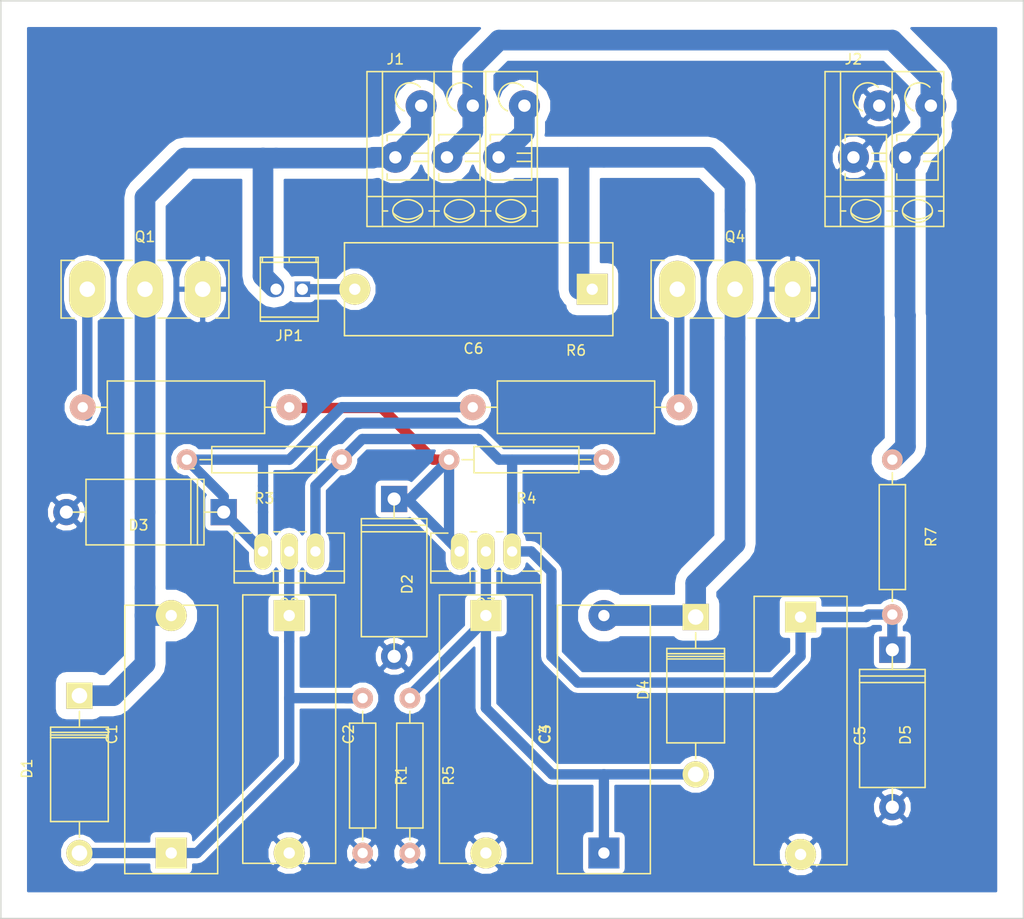
<source format=kicad_pcb>
(kicad_pcb (version 4) (host pcbnew 4.0.5+dfsg1-4)

  (general
    (links 48)
    (no_connects 0)
    (area 119.304999 35.484999 218.515001 124.535001)
    (thickness 1.6)
    (drawings 4)
    (tracks 124)
    (zones 0)
    (modules 25)
    (nets 13)
  )

  (page A4)
  (layers
    (0 F.Cu signal)
    (31 B.Cu signal)
    (32 B.Adhes user)
    (33 F.Adhes user)
    (34 B.Paste user)
    (35 F.Paste user)
    (36 B.SilkS user)
    (37 F.SilkS user)
    (38 B.Mask user)
    (39 F.Mask user)
    (40 Dwgs.User user)
    (41 Cmts.User user)
    (42 Eco1.User user)
    (43 Eco2.User user)
    (44 Edge.Cuts user)
    (45 Margin user)
    (46 B.CrtYd user)
    (47 F.CrtYd user)
    (48 B.Fab user)
    (49 F.Fab user)
  )

  (setup
    (last_trace_width 1)
    (trace_clearance 0.5)
    (zone_clearance 0.508)
    (zone_45_only no)
    (trace_min 0.2)
    (segment_width 0.2)
    (edge_width 0.15)
    (via_size 0.6)
    (via_drill 0.4)
    (via_min_size 0.4)
    (via_min_drill 0.3)
    (uvia_size 0.3)
    (uvia_drill 0.1)
    (uvias_allowed no)
    (uvia_min_size 0.2)
    (uvia_min_drill 0.1)
    (pcb_text_width 0.3)
    (pcb_text_size 1.5 1.5)
    (mod_edge_width 0.15)
    (mod_text_size 1 1)
    (mod_text_width 0.15)
    (pad_size 1.5 1.5)
    (pad_drill 1.09728)
    (pad_to_mask_clearance 0.2)
    (aux_axis_origin 0 0)
    (visible_elements FFFFFF7F)
    (pcbplotparams
      (layerselection 0x01030_80000001)
      (usegerberextensions false)
      (excludeedgelayer true)
      (linewidth 0.100000)
      (plotframeref false)
      (viasonmask false)
      (mode 1)
      (useauxorigin false)
      (hpglpennumber 1)
      (hpglpenspeed 20)
      (hpglpendiameter 15)
      (hpglpenoverlay 2)
      (psnegative false)
      (psa4output false)
      (plotreference true)
      (plotvalue true)
      (plotinvisibletext false)
      (padsonsilk false)
      (subtractmaskfromsilk false)
      (outputformat 1)
      (mirror false)
      (drillshape 0)
      (scaleselection 1)
      (outputdirectory plot))
  )

  (net 0 "")
  (net 1 GND)
  (net 2 /X1)
  (net 3 /X2)
  (net 4 /+15V)
  (net 5 /D2)
  (net 6 /C1)
  (net 7 /D3)
  (net 8 /C4)
  (net 9 /G1)
  (net 10 /G4)
  (net 11 /+330V)
  (net 12 "Net-(C6-Pad2)")

  (net_class Default "This is the default net class."
    (clearance 0.5)
    (trace_width 1)
    (via_dia 0.6)
    (via_drill 0.4)
    (uvia_dia 0.3)
    (uvia_drill 0.1)
    (add_net /+15V)
    (add_net /D2)
    (add_net /D3)
    (add_net /G1)
    (add_net /G4)
    (add_net /X1)
    (add_net /X2)
    (add_net GND)
    (add_net "Net-(C6-Pad2)")
  )

  (net_class Power ""
    (clearance 1)
    (trace_width 2)
    (via_dia 0.6)
    (via_drill 0.4)
    (uvia_dia 0.3)
    (uvia_drill 0.1)
    (add_net /+330V)
    (add_net /C1)
    (add_net /C4)
  )

  (module Capacitors_ThroughHole:C_Rect_L27_W9_H17_P23 (layer F.Cu) (tedit 58CBFB6D) (tstamp 584189FE)
    (at 147.32 95.11 270)
    (descr "Film Capacitor Length 27mm x Width 9mm x Heigth 17mm, Pitch 23mm")
    (tags "Kemet R.46 Capacitor")
    (path /58417DD6)
    (fp_text reference C2 (at 11.5 -5.75 270) (layer F.SilkS)
      (effects (font (size 1 1) (thickness 0.15)))
    )
    (fp_text value 22nF (at 11.5 5.75 270) (layer F.Fab)
      (effects (font (size 1 1) (thickness 0.15)))
    )
    (fp_line (start -2.25 -4.75) (end 24.25 -4.75) (layer F.CrtYd) (width 0.05))
    (fp_line (start 24.25 -4.75) (end 24.25 4.75) (layer F.CrtYd) (width 0.05))
    (fp_line (start 24.25 4.75) (end -2.25 4.75) (layer F.CrtYd) (width 0.05))
    (fp_line (start -2.25 4.75) (end -2.25 -4.75) (layer F.CrtYd) (width 0.05))
    (fp_line (start -2 -4.5) (end 24 -4.5) (layer F.SilkS) (width 0.15))
    (fp_line (start 24 -4.5) (end 24 4.5) (layer F.SilkS) (width 0.15))
    (fp_line (start 24 4.5) (end -2 4.5) (layer F.SilkS) (width 0.15))
    (fp_line (start -2 4.5) (end -2 -4.5) (layer F.SilkS) (width 0.15))
    (pad 1 thru_hole rect (at 0 0 270) (size 3 3) (drill 1.1) (layers *.Cu *.Mask F.SilkS)
      (net 5 /D2))
    (pad 2 thru_hole circle (at 23 0 270) (size 3 3) (drill 1.1) (layers *.Cu *.Mask F.SilkS)
      (net 1 GND))
    (model Capacitors_ThroughHole.3dshapes/C_Rect_L27_W9_H17_P23.wrl
      (at (xyz 0.452756 0 0))
      (scale (xyz 4 4 4))
      (rotate (xyz 0 0 0))
    )
  )

  (module Capacitors_ThroughHole:C_Rect_L27_W9_H17_P23 (layer F.Cu) (tedit 58CBFB97) (tstamp 58CBD943)
    (at 177.8 118.11 90)
    (descr "Film Capacitor Length 27mm x Width 9mm x Heigth 17mm, Pitch 23mm")
    (tags "Kemet R.46 Capacitor")
    (path /58419AB8)
    (fp_text reference C4 (at 11.5 -5.75 90) (layer F.SilkS)
      (effects (font (size 1 1) (thickness 0.15)))
    )
    (fp_text value 15nF (at 11.5 5.75 90) (layer F.Fab)
      (effects (font (size 1 1) (thickness 0.15)))
    )
    (fp_line (start -2.25 -4.75) (end 24.25 -4.75) (layer F.CrtYd) (width 0.05))
    (fp_line (start 24.25 -4.75) (end 24.25 4.75) (layer F.CrtYd) (width 0.05))
    (fp_line (start 24.25 4.75) (end -2.25 4.75) (layer F.CrtYd) (width 0.05))
    (fp_line (start -2.25 4.75) (end -2.25 -4.75) (layer F.CrtYd) (width 0.05))
    (fp_line (start -2 -4.5) (end 24 -4.5) (layer F.SilkS) (width 0.15))
    (fp_line (start 24 -4.5) (end 24 4.5) (layer F.SilkS) (width 0.15))
    (fp_line (start 24 4.5) (end -2 4.5) (layer F.SilkS) (width 0.15))
    (fp_line (start -2 4.5) (end -2 -4.5) (layer F.SilkS) (width 0.15))
    (pad 1 thru_hole rect (at 0 0 90) (size 3 3) (drill 1.1) (layers *.Cu *.Mask)
      (net 7 /D3))
    (pad 2 thru_hole circle (at 23 0 90) (size 3 3) (drill 1.1) (layers *.Cu *.Mask)
      (net 8 /C4))
    (model Capacitors_ThroughHole.3dshapes/C_Rect_L27_W9_H17_P23.wrl
      (at (xyz 0.452756 0 0))
      (scale (xyz 4 4 4))
      (rotate (xyz 0 0 0))
    )
  )

  (module Capacitors_ThroughHole:C_Rect_L27_W9_H17_P23 (layer F.Cu) (tedit 58CBFB5C) (tstamp 584189F8)
    (at 135.89 118.11 90)
    (descr "Film Capacitor Length 27mm x Width 9mm x Heigth 17mm, Pitch 23mm")
    (tags "Kemet R.46 Capacitor")
    (path /58417946)
    (fp_text reference C1 (at 11.5 -5.75 90) (layer F.SilkS)
      (effects (font (size 1 1) (thickness 0.15)))
    )
    (fp_text value 15nF (at 11.5 5.75 90) (layer F.Fab)
      (effects (font (size 1 1) (thickness 0.15)))
    )
    (fp_line (start -2.25 -4.75) (end 24.25 -4.75) (layer F.CrtYd) (width 0.05))
    (fp_line (start 24.25 -4.75) (end 24.25 4.75) (layer F.CrtYd) (width 0.05))
    (fp_line (start 24.25 4.75) (end -2.25 4.75) (layer F.CrtYd) (width 0.05))
    (fp_line (start -2.25 4.75) (end -2.25 -4.75) (layer F.CrtYd) (width 0.05))
    (fp_line (start -2 -4.5) (end 24 -4.5) (layer F.SilkS) (width 0.15))
    (fp_line (start 24 -4.5) (end 24 4.5) (layer F.SilkS) (width 0.15))
    (fp_line (start 24 4.5) (end -2 4.5) (layer F.SilkS) (width 0.15))
    (fp_line (start -2 4.5) (end -2 -4.5) (layer F.SilkS) (width 0.15))
    (pad 1 thru_hole rect (at 0 0 90) (size 3 3) (drill 1.1) (layers *.Cu *.Mask F.SilkS)
      (net 5 /D2))
    (pad 2 thru_hole circle (at 23 0 90) (size 3 3) (drill 1.1) (layers *.Cu *.Mask F.SilkS)
      (net 6 /C1))
    (model Capacitors_ThroughHole.3dshapes/C_Rect_L27_W9_H17_P23.wrl
      (at (xyz 0.452756 0 0))
      (scale (xyz 4 4 4))
      (rotate (xyz 0 0 0))
    )
  )

  (module Capacitors_ThroughHole:C_Rect_L27_W9_H17_P23 (layer F.Cu) (tedit 58CBFB83) (tstamp 58418A04)
    (at 166.37 95.11 270)
    (descr "Film Capacitor Length 27mm x Width 9mm x Heigth 17mm, Pitch 23mm")
    (tags "Kemet R.46 Capacitor")
    (path /58419ABE)
    (fp_text reference C3 (at 11.5 -5.75 270) (layer F.SilkS)
      (effects (font (size 1 1) (thickness 0.15)))
    )
    (fp_text value 22nF (at 11.5 5.75 270) (layer F.Fab)
      (effects (font (size 1 1) (thickness 0.15)))
    )
    (fp_line (start -2.25 -4.75) (end 24.25 -4.75) (layer F.CrtYd) (width 0.05))
    (fp_line (start 24.25 -4.75) (end 24.25 4.75) (layer F.CrtYd) (width 0.05))
    (fp_line (start 24.25 4.75) (end -2.25 4.75) (layer F.CrtYd) (width 0.05))
    (fp_line (start -2.25 4.75) (end -2.25 -4.75) (layer F.CrtYd) (width 0.05))
    (fp_line (start -2 -4.5) (end 24 -4.5) (layer F.SilkS) (width 0.15))
    (fp_line (start 24 -4.5) (end 24 4.5) (layer F.SilkS) (width 0.15))
    (fp_line (start 24 4.5) (end -2 4.5) (layer F.SilkS) (width 0.15))
    (fp_line (start -2 4.5) (end -2 -4.5) (layer F.SilkS) (width 0.15))
    (pad 1 thru_hole rect (at 0 0 270) (size 3 3) (drill 1.1) (layers *.Cu *.Mask F.SilkS)
      (net 7 /D3))
    (pad 2 thru_hole circle (at 23 0 270) (size 3 3) (drill 1.1) (layers *.Cu *.Mask F.SilkS)
      (net 1 GND))
    (model Capacitors_ThroughHole.3dshapes/C_Rect_L27_W9_H17_P23.wrl
      (at (xyz 0.452756 0 0))
      (scale (xyz 4 4 4))
      (rotate (xyz 0 0 0))
    )
  )

  (module Diodes_ThroughHole:Diode_DO-201AD_Horizontal_RM15 (layer F.Cu) (tedit 552FFBC7) (tstamp 58418A1C)
    (at 126.99704 102.86878 270)
    (descr "Diode DO-201AD Horizontal")
    (tags "Diode DO-201AD Horizontal SB320 SB340 SB360")
    (path /584174AC)
    (fp_text reference D1 (at 7.06722 5.07704 270) (layer F.SilkS)
      (effects (font (size 1 1) (thickness 0.15)))
    )
    (fp_text value BY228 (at 7.82922 -4.82896 270) (layer F.Fab)
      (effects (font (size 1 1) (thickness 0.15)))
    )
    (fp_line (start 12.19322 -0.00296) (end 13.71722 -0.00296) (layer F.SilkS) (width 0.15))
    (fp_line (start 3.04922 -0.00296) (end 1.52522 -0.00296) (layer F.SilkS) (width 0.15))
    (fp_line (start 4.06522 -2.79696) (end 4.06522 2.79104) (layer F.SilkS) (width 0.15))
    (fp_line (start 3.81122 -2.79696) (end 3.81122 2.79104) (layer F.SilkS) (width 0.15))
    (fp_line (start 3.55722 -2.79696) (end 3.55722 2.79104) (layer F.SilkS) (width 0.15))
    (fp_line (start 3.04922 2.79104) (end 3.04922 -2.79696) (layer F.SilkS) (width 0.15))
    (fp_line (start 3.04922 -2.79696) (end 12.19322 -2.79696) (layer F.SilkS) (width 0.15))
    (fp_line (start 12.19322 -2.79696) (end 12.19322 2.79104) (layer F.SilkS) (width 0.15))
    (fp_line (start 12.19322 2.79104) (end 3.04922 2.79104) (layer F.SilkS) (width 0.15))
    (pad 2 thru_hole circle (at 15.24122 -0.00296 90) (size 2.54 2.54) (drill 1.50114) (layers *.Cu *.Mask F.SilkS)
      (net 5 /D2))
    (pad 1 thru_hole rect (at 0.00122 -0.00296 90) (size 2.54 2.54) (drill 1.50114) (layers *.Cu *.Mask F.SilkS)
      (net 6 /C1))
  )

  (module Capacitors_ThroughHole:C_Rect_L27_W9_H17_P23 (layer F.Cu) (tedit 58CBFBA8) (tstamp 58418A10)
    (at 196.85 95.25 270)
    (descr "Film Capacitor Length 27mm x Width 9mm x Heigth 17mm, Pitch 23mm")
    (tags "Kemet R.46 Capacitor")
    (path /5841D866)
    (fp_text reference C5 (at 11.5 -5.75 270) (layer F.SilkS)
      (effects (font (size 1 1) (thickness 0.15)))
    )
    (fp_text value 33nF (at 11.5 5.75 270) (layer F.Fab)
      (effects (font (size 1 1) (thickness 0.15)))
    )
    (fp_line (start -2.25 -4.75) (end 24.25 -4.75) (layer F.CrtYd) (width 0.05))
    (fp_line (start 24.25 -4.75) (end 24.25 4.75) (layer F.CrtYd) (width 0.05))
    (fp_line (start 24.25 4.75) (end -2.25 4.75) (layer F.CrtYd) (width 0.05))
    (fp_line (start -2.25 4.75) (end -2.25 -4.75) (layer F.CrtYd) (width 0.05))
    (fp_line (start -2 -4.5) (end 24 -4.5) (layer F.SilkS) (width 0.15))
    (fp_line (start 24 -4.5) (end 24 4.5) (layer F.SilkS) (width 0.15))
    (fp_line (start 24 4.5) (end -2 4.5) (layer F.SilkS) (width 0.15))
    (fp_line (start -2 4.5) (end -2 -4.5) (layer F.SilkS) (width 0.15))
    (pad 1 thru_hole rect (at 0 0 270) (size 3 3) (drill 1.1) (layers *.Cu *.Mask F.SilkS)
      (net 4 /+15V))
    (pad 2 thru_hole circle (at 23 0 270) (size 3 3) (drill 1.1) (layers *.Cu *.Mask F.SilkS)
      (net 1 GND))
    (model Capacitors_ThroughHole.3dshapes/C_Rect_L27_W9_H17_P23.wrl
      (at (xyz 0.452756 0 0))
      (scale (xyz 4 4 4))
      (rotate (xyz 0 0 0))
    )
  )

  (module Capacitors_ThroughHole:C_Rect_L27_W9_H17_P23 (layer F.Cu) (tedit 58CBFBCE) (tstamp 58418A16)
    (at 176.67 63.5 180)
    (descr "Film Capacitor Length 27mm x Width 9mm x Heigth 17mm, Pitch 23mm")
    (tags "Kemet R.46 Capacitor")
    (path /58426E3E)
    (fp_text reference C6 (at 11.5 -5.75 180) (layer F.SilkS)
      (effects (font (size 1 1) (thickness 0.15)))
    )
    (fp_text value 1uF (at 11.5 5.75 180) (layer F.Fab)
      (effects (font (size 1 1) (thickness 0.15)))
    )
    (fp_line (start -2.25 -4.75) (end 24.25 -4.75) (layer F.CrtYd) (width 0.05))
    (fp_line (start 24.25 -4.75) (end 24.25 4.75) (layer F.CrtYd) (width 0.05))
    (fp_line (start 24.25 4.75) (end -2.25 4.75) (layer F.CrtYd) (width 0.05))
    (fp_line (start -2.25 4.75) (end -2.25 -4.75) (layer F.CrtYd) (width 0.05))
    (fp_line (start -2 -4.5) (end 24 -4.5) (layer F.SilkS) (width 0.15))
    (fp_line (start 24 -4.5) (end 24 4.5) (layer F.SilkS) (width 0.15))
    (fp_line (start 24 4.5) (end -2 4.5) (layer F.SilkS) (width 0.15))
    (fp_line (start -2 4.5) (end -2 -4.5) (layer F.SilkS) (width 0.15))
    (pad 1 thru_hole rect (at 0 0 180) (size 3 3) (drill 1.1) (layers *.Cu *.Mask F.SilkS)
      (net 8 /C4))
    (pad 2 thru_hole circle (at 23 0 180) (size 3 3) (drill 1.1) (layers *.Cu *.Mask F.SilkS)
      (net 12 "Net-(C6-Pad2)"))
    (model Capacitors_ThroughHole.3dshapes/C_Rect_L27_W9_H17_P23.wrl
      (at (xyz 0.452756 0 0))
      (scale (xyz 4 4 4))
      (rotate (xyz 0 0 0))
    )
  )

  (module Diodes_ThroughHole:Diode_DO-201AD_Horizontal_RM15 (layer F.Cu) (tedit 552FFBC7) (tstamp 58418A2E)
    (at 186.68704 95.24878 270)
    (descr "Diode DO-201AD Horizontal")
    (tags "Diode DO-201AD Horizontal SB320 SB340 SB360")
    (path /58419AAC)
    (fp_text reference D4 (at 7.06722 5.07704 270) (layer F.SilkS)
      (effects (font (size 1 1) (thickness 0.15)))
    )
    (fp_text value BY228 (at 7.82922 -4.82896 270) (layer F.Fab)
      (effects (font (size 1 1) (thickness 0.15)))
    )
    (fp_line (start 12.19322 -0.00296) (end 13.71722 -0.00296) (layer F.SilkS) (width 0.15))
    (fp_line (start 3.04922 -0.00296) (end 1.52522 -0.00296) (layer F.SilkS) (width 0.15))
    (fp_line (start 4.06522 -2.79696) (end 4.06522 2.79104) (layer F.SilkS) (width 0.15))
    (fp_line (start 3.81122 -2.79696) (end 3.81122 2.79104) (layer F.SilkS) (width 0.15))
    (fp_line (start 3.55722 -2.79696) (end 3.55722 2.79104) (layer F.SilkS) (width 0.15))
    (fp_line (start 3.04922 2.79104) (end 3.04922 -2.79696) (layer F.SilkS) (width 0.15))
    (fp_line (start 3.04922 -2.79696) (end 12.19322 -2.79696) (layer F.SilkS) (width 0.15))
    (fp_line (start 12.19322 -2.79696) (end 12.19322 2.79104) (layer F.SilkS) (width 0.15))
    (fp_line (start 12.19322 2.79104) (end 3.04922 2.79104) (layer F.SilkS) (width 0.15))
    (pad 2 thru_hole circle (at 15.24122 -0.00296 90) (size 2.54 2.54) (drill 1.50114) (layers *.Cu *.Mask F.SilkS)
      (net 7 /D3))
    (pad 1 thru_hole rect (at 0.00122 -0.00296 90) (size 2.54 2.54) (drill 1.50114) (layers *.Cu *.Mask F.SilkS)
      (net 8 /C4))
  )

  (module TO_SOT_Packages_THT:TO-247_Vertical_Neutral123_largePads (layer F.Cu) (tedit 0) (tstamp 58418A46)
    (at 133.35 63.5)
    (descr "TO-247 TO-218 TOP-3 FET 1=Gate 2=Drain 3=Source Vertical, large Pads")
    (tags "Transistor FET TO-247 TO-218 TOP-3 Vertical")
    (path /58515DBA)
    (fp_text reference Q1 (at 0 -5.08) (layer F.SilkS)
      (effects (font (size 1 1) (thickness 0.15)))
    )
    (fp_text value IRG4PH50UD (at -1.016 8.128) (layer F.Fab)
      (effects (font (size 1 1) (thickness 0.15)))
    )
    (fp_line (start 6.858 2.794) (end 8.128 2.794) (layer F.SilkS) (width 0.15))
    (fp_line (start 1.27 2.794) (end 4.318 2.794) (layer F.SilkS) (width 0.15))
    (fp_line (start -4.318 2.794) (end -1.27 2.794) (layer F.SilkS) (width 0.15))
    (fp_line (start -6.858 2.794) (end -8.128 2.794) (layer F.SilkS) (width 0.15))
    (fp_line (start 6.858 -2.794) (end 8.128 -2.794) (layer F.SilkS) (width 0.15))
    (fp_line (start 1.27 -2.794) (end 4.318 -2.794) (layer F.SilkS) (width 0.15))
    (fp_line (start -4.318 -2.794) (end -1.27 -2.794) (layer F.SilkS) (width 0.15))
    (fp_line (start -6.858 -2.794) (end -8.128 -2.794) (layer F.SilkS) (width 0.15))
    (fp_line (start 8.128 2.794) (end 8.128 -2.794) (layer F.SilkS) (width 0.15))
    (fp_line (start -8.128 -2.794) (end -8.128 2.794) (layer F.SilkS) (width 0.15))
    (pad 2 thru_hole oval (at 0 0 90) (size 5.50164 3.50012) (drill 1.50114) (layers *.Cu *.Mask F.SilkS)
      (net 6 /C1))
    (pad 1 thru_hole oval (at -5.588 0 90) (size 5.50164 3.50012) (drill 1.50114) (layers *.Cu *.Mask F.SilkS)
      (net 9 /G1))
    (pad 3 thru_hole oval (at 5.588 0 90) (size 5.50164 3.50012) (drill 1.50114) (layers *.Cu *.Mask F.SilkS)
      (net 1 GND))
  )

  (module TO_SOT_Packages_THT:TO-220_Neutral123_Vertical_LargePads (layer F.Cu) (tedit 0) (tstamp 58418A4D)
    (at 147.32 88.9 180)
    (descr "TO-220, Neutral, Vertical, Large Pads,")
    (tags "TO-220, Neutral, Vertical, Large Pads,")
    (path /58516655)
    (fp_text reference Q2 (at 0 -5.08 180) (layer F.SilkS)
      (effects (font (size 1 1) (thickness 0.15)))
    )
    (fp_text value IRF820 (at 0 3.81 180) (layer F.Fab)
      (effects (font (size 1 1) (thickness 0.15)))
    )
    (fp_line (start 5.334 -1.905) (end 3.429 -1.905) (layer F.SilkS) (width 0.15))
    (fp_line (start 0.889 -1.905) (end 1.651 -1.905) (layer F.SilkS) (width 0.15))
    (fp_line (start -1.524 -1.905) (end -1.651 -1.905) (layer F.SilkS) (width 0.15))
    (fp_line (start -1.524 -1.905) (end -0.889 -1.905) (layer F.SilkS) (width 0.15))
    (fp_line (start -5.334 -1.905) (end -3.556 -1.905) (layer F.SilkS) (width 0.15))
    (fp_line (start -5.334 1.778) (end -3.683 1.778) (layer F.SilkS) (width 0.15))
    (fp_line (start -1.016 1.905) (end -1.651 1.905) (layer F.SilkS) (width 0.15))
    (fp_line (start 1.524 1.905) (end 0.889 1.905) (layer F.SilkS) (width 0.15))
    (fp_line (start 5.334 1.778) (end 3.683 1.778) (layer F.SilkS) (width 0.15))
    (fp_line (start -1.524 -3.048) (end -1.524 -1.905) (layer F.SilkS) (width 0.15))
    (fp_line (start 1.524 -3.048) (end 1.524 -1.905) (layer F.SilkS) (width 0.15))
    (fp_line (start 5.334 -1.905) (end 5.334 1.778) (layer F.SilkS) (width 0.15))
    (fp_line (start -5.334 1.778) (end -5.334 -1.905) (layer F.SilkS) (width 0.15))
    (fp_line (start 5.334 -3.048) (end 5.334 -1.905) (layer F.SilkS) (width 0.15))
    (fp_line (start -5.334 -1.905) (end -5.334 -3.048) (layer F.SilkS) (width 0.15))
    (fp_line (start 0 -3.048) (end -5.334 -3.048) (layer F.SilkS) (width 0.15))
    (fp_line (start 0 -3.048) (end 5.334 -3.048) (layer F.SilkS) (width 0.15))
    (pad 2 thru_hole oval (at 0 0 270) (size 3.50012 1.69926) (drill 1.00076) (layers *.Cu *.Mask F.SilkS)
      (net 5 /D2))
    (pad 1 thru_hole oval (at -2.54 0 270) (size 3.50012 1.69926) (drill 1.00076) (layers *.Cu *.Mask F.SilkS)
      (net 4 /+15V))
    (pad 3 thru_hole oval (at 2.54 0 270) (size 3.50012 1.69926) (drill 1.00076) (layers *.Cu *.Mask F.SilkS)
      (net 3 /X2))
    (model TO_SOT_Packages_THT.3dshapes/TO-220_Neutral123_Vertical_LargePads.wrl
      (at (xyz 0 0 0))
      (scale (xyz 0.3937 0.3937 0.3937))
      (rotate (xyz 0 0 0))
    )
  )

  (module TO_SOT_Packages_THT:TO-220_Neutral123_Vertical_LargePads (layer F.Cu) (tedit 0) (tstamp 58418A54)
    (at 166.37 88.9 180)
    (descr "TO-220, Neutral, Vertical, Large Pads,")
    (tags "TO-220, Neutral, Vertical, Large Pads,")
    (path /585163A8)
    (fp_text reference Q3 (at 0 -5.08 180) (layer F.SilkS)
      (effects (font (size 1 1) (thickness 0.15)))
    )
    (fp_text value IRF820 (at 0 3.81 180) (layer F.Fab)
      (effects (font (size 1 1) (thickness 0.15)))
    )
    (fp_line (start 5.334 -1.905) (end 3.429 -1.905) (layer F.SilkS) (width 0.15))
    (fp_line (start 0.889 -1.905) (end 1.651 -1.905) (layer F.SilkS) (width 0.15))
    (fp_line (start -1.524 -1.905) (end -1.651 -1.905) (layer F.SilkS) (width 0.15))
    (fp_line (start -1.524 -1.905) (end -0.889 -1.905) (layer F.SilkS) (width 0.15))
    (fp_line (start -5.334 -1.905) (end -3.556 -1.905) (layer F.SilkS) (width 0.15))
    (fp_line (start -5.334 1.778) (end -3.683 1.778) (layer F.SilkS) (width 0.15))
    (fp_line (start -1.016 1.905) (end -1.651 1.905) (layer F.SilkS) (width 0.15))
    (fp_line (start 1.524 1.905) (end 0.889 1.905) (layer F.SilkS) (width 0.15))
    (fp_line (start 5.334 1.778) (end 3.683 1.778) (layer F.SilkS) (width 0.15))
    (fp_line (start -1.524 -3.048) (end -1.524 -1.905) (layer F.SilkS) (width 0.15))
    (fp_line (start 1.524 -3.048) (end 1.524 -1.905) (layer F.SilkS) (width 0.15))
    (fp_line (start 5.334 -1.905) (end 5.334 1.778) (layer F.SilkS) (width 0.15))
    (fp_line (start -5.334 1.778) (end -5.334 -1.905) (layer F.SilkS) (width 0.15))
    (fp_line (start 5.334 -3.048) (end 5.334 -1.905) (layer F.SilkS) (width 0.15))
    (fp_line (start -5.334 -1.905) (end -5.334 -3.048) (layer F.SilkS) (width 0.15))
    (fp_line (start 0 -3.048) (end -5.334 -3.048) (layer F.SilkS) (width 0.15))
    (fp_line (start 0 -3.048) (end 5.334 -3.048) (layer F.SilkS) (width 0.15))
    (pad 2 thru_hole oval (at 0 0 270) (size 3.50012 1.69926) (drill 1.00076) (layers *.Cu *.Mask F.SilkS)
      (net 7 /D3))
    (pad 1 thru_hole oval (at -2.54 0 270) (size 3.50012 1.69926) (drill 1.00076) (layers *.Cu *.Mask F.SilkS)
      (net 4 /+15V))
    (pad 3 thru_hole oval (at 2.54 0 270) (size 3.50012 1.69926) (drill 1.00076) (layers *.Cu *.Mask F.SilkS)
      (net 2 /X1))
    (model TO_SOT_Packages_THT.3dshapes/TO-220_Neutral123_Vertical_LargePads.wrl
      (at (xyz 0 0 0))
      (scale (xyz 0.3937 0.3937 0.3937))
      (rotate (xyz 0 0 0))
    )
  )

  (module Resistors_ThroughHole:Resistor_Horizontal_RM15mm (layer F.Cu) (tedit 569FCEE8) (tstamp 58418A62)
    (at 154.432 103.11 270)
    (descr "Resistor, Axial, RM 15mm,")
    (tags "Resistor Axial RM 15mm")
    (path /58417E39)
    (fp_text reference R1 (at 7.5 -3.74904 270) (layer F.SilkS)
      (effects (font (size 1 1) (thickness 0.15)))
    )
    (fp_text value 470k (at 7.5 4.0005 270) (layer F.Fab)
      (effects (font (size 1 1) (thickness 0.15)))
    )
    (fp_line (start -1.25 1.5) (end -1.25 -1.5) (layer F.CrtYd) (width 0.05))
    (fp_line (start -1.25 -1.5) (end 16.25 -1.5) (layer F.CrtYd) (width 0.05))
    (fp_line (start 16.25 -1.5) (end 16.25 1.5) (layer F.CrtYd) (width 0.05))
    (fp_line (start 16.25 1.5) (end -1.25 1.5) (layer F.CrtYd) (width 0.05))
    (fp_line (start 2.42 -1.27) (end 2.42 1.27) (layer F.SilkS) (width 0.15))
    (fp_line (start 2.42 1.27) (end 12.58 1.27) (layer F.SilkS) (width 0.15))
    (fp_line (start 12.58 1.27) (end 12.58 -1.27) (layer F.SilkS) (width 0.15))
    (fp_line (start 12.58 -1.27) (end 2.42 -1.27) (layer F.SilkS) (width 0.15))
    (fp_line (start 13.73 0) (end 12.58 0) (layer F.SilkS) (width 0.15))
    (fp_line (start 1.27 0) (end 2.42 0) (layer F.SilkS) (width 0.15))
    (pad 1 thru_hole circle (at 0 0 270) (size 1.99898 1.99898) (drill 1.00076) (layers *.Cu *.SilkS *.Mask)
      (net 5 /D2))
    (pad 2 thru_hole circle (at 15 0 270) (size 1.99898 1.99898) (drill 1.00076) (layers *.Cu *.SilkS *.Mask)
      (net 1 GND))
    (model Resistors_ThroughHole.3dshapes/Resistor_Horizontal_RM15mm.wrl
      (at (xyz 0.295 0 0))
      (scale (xyz 0.395 0.4 0.4))
      (rotate (xyz 0 0 0))
    )
  )

  (module Resistors_ThroughHole:Resistor_Horizontal_RM20mm (layer F.Cu) (tedit 58CBFBEE) (tstamp 58418A68)
    (at 147.32 74.93 180)
    (descr "Resistor, Axial, RM 20mm,")
    (tags "Resistor Axial RM 20mm")
    (path /58419092)
    (fp_text reference R2 (at 10 -5.4991 180) (layer F.SilkS)
      (effects (font (size 1 1) (thickness 0.15)))
    )
    (fp_text value 15 (at 10 5.00126 180) (layer F.Fab)
      (effects (font (size 1 1) (thickness 0.15)))
    )
    (fp_line (start -1.25 2.8) (end -1.25 -2.8) (layer F.CrtYd) (width 0.05))
    (fp_line (start -1.25 -2.8) (end 21.25 -2.8) (layer F.CrtYd) (width 0.05))
    (fp_line (start 21.25 -2.8) (end 21.25 2.8) (layer F.CrtYd) (width 0.05))
    (fp_line (start 21.25 2.8) (end -1.25 2.8) (layer F.CrtYd) (width 0.05))
    (fp_line (start 2.38 -2.54) (end 2.38 2.54) (layer F.SilkS) (width 0.15))
    (fp_line (start 2.38 2.54) (end 17.62 2.54) (layer F.SilkS) (width 0.15))
    (fp_line (start 17.62 2.54) (end 17.62 0) (layer F.SilkS) (width 0.15))
    (fp_line (start 17.62 0) (end 17.62 -2.54) (layer F.SilkS) (width 0.15))
    (fp_line (start 17.62 -2.54) (end 2.38 -2.54) (layer F.SilkS) (width 0.15))
    (fp_line (start 18.73 0) (end 17.62 0) (layer F.SilkS) (width 0.15))
    (fp_line (start 1.27 0) (end 2.38 0) (layer F.SilkS) (width 0.15))
    (pad 1 thru_hole circle (at 0 0 180) (size 2.5 2.5) (drill 1.00076) (layers *.Cu *.SilkS *.Mask)
      (net 2 /X1))
    (pad 2 thru_hole circle (at 20 0 180) (size 2.5 2.5) (drill 1.00076) (layers *.Cu *.SilkS *.Mask)
      (net 9 /G1))
    (model Resistors_ThroughHole.3dshapes/Resistor_Horizontal_RM20mm.wrl
      (at (xyz 0.395 0 0))
      (scale (xyz 0.395 0.4 0.4))
      (rotate (xyz 0 0 0))
    )
  )

  (module Resistors_ThroughHole:Resistor_Horizontal_RM15mm (layer F.Cu) (tedit 569FCEE8) (tstamp 58418A6E)
    (at 152.4 80.01 180)
    (descr "Resistor, Axial, RM 15mm,")
    (tags "Resistor Axial RM 15mm")
    (path /584180F8)
    (fp_text reference R3 (at 7.5 -3.74904 180) (layer F.SilkS)
      (effects (font (size 1 1) (thickness 0.15)))
    )
    (fp_text value 680k (at 7.5 4.0005 180) (layer F.Fab)
      (effects (font (size 1 1) (thickness 0.15)))
    )
    (fp_line (start -1.25 1.5) (end -1.25 -1.5) (layer F.CrtYd) (width 0.05))
    (fp_line (start -1.25 -1.5) (end 16.25 -1.5) (layer F.CrtYd) (width 0.05))
    (fp_line (start 16.25 -1.5) (end 16.25 1.5) (layer F.CrtYd) (width 0.05))
    (fp_line (start 16.25 1.5) (end -1.25 1.5) (layer F.CrtYd) (width 0.05))
    (fp_line (start 2.42 -1.27) (end 2.42 1.27) (layer F.SilkS) (width 0.15))
    (fp_line (start 2.42 1.27) (end 12.58 1.27) (layer F.SilkS) (width 0.15))
    (fp_line (start 12.58 1.27) (end 12.58 -1.27) (layer F.SilkS) (width 0.15))
    (fp_line (start 12.58 -1.27) (end 2.42 -1.27) (layer F.SilkS) (width 0.15))
    (fp_line (start 13.73 0) (end 12.58 0) (layer F.SilkS) (width 0.15))
    (fp_line (start 1.27 0) (end 2.42 0) (layer F.SilkS) (width 0.15))
    (pad 1 thru_hole circle (at 0 0 180) (size 1.99898 1.99898) (drill 1.00076) (layers *.Cu *.SilkS *.Mask)
      (net 4 /+15V))
    (pad 2 thru_hole circle (at 15 0 180) (size 1.99898 1.99898) (drill 1.00076) (layers *.Cu *.SilkS *.Mask)
      (net 3 /X2))
    (model Resistors_ThroughHole.3dshapes/Resistor_Horizontal_RM15mm.wrl
      (at (xyz 0.295 0 0))
      (scale (xyz 0.395 0.4 0.4))
      (rotate (xyz 0 0 0))
    )
  )

  (module Resistors_ThroughHole:Resistor_Horizontal_RM15mm (layer F.Cu) (tedit 569FCEE8) (tstamp 58418A74)
    (at 177.8 80.01 180)
    (descr "Resistor, Axial, RM 15mm,")
    (tags "Resistor Axial RM 15mm")
    (path /58419ACA)
    (fp_text reference R4 (at 7.5 -3.74904 180) (layer F.SilkS)
      (effects (font (size 1 1) (thickness 0.15)))
    )
    (fp_text value 680k (at 7.5 4.0005 180) (layer F.Fab)
      (effects (font (size 1 1) (thickness 0.15)))
    )
    (fp_line (start -1.25 1.5) (end -1.25 -1.5) (layer F.CrtYd) (width 0.05))
    (fp_line (start -1.25 -1.5) (end 16.25 -1.5) (layer F.CrtYd) (width 0.05))
    (fp_line (start 16.25 -1.5) (end 16.25 1.5) (layer F.CrtYd) (width 0.05))
    (fp_line (start 16.25 1.5) (end -1.25 1.5) (layer F.CrtYd) (width 0.05))
    (fp_line (start 2.42 -1.27) (end 2.42 1.27) (layer F.SilkS) (width 0.15))
    (fp_line (start 2.42 1.27) (end 12.58 1.27) (layer F.SilkS) (width 0.15))
    (fp_line (start 12.58 1.27) (end 12.58 -1.27) (layer F.SilkS) (width 0.15))
    (fp_line (start 12.58 -1.27) (end 2.42 -1.27) (layer F.SilkS) (width 0.15))
    (fp_line (start 13.73 0) (end 12.58 0) (layer F.SilkS) (width 0.15))
    (fp_line (start 1.27 0) (end 2.42 0) (layer F.SilkS) (width 0.15))
    (pad 1 thru_hole circle (at 0 0 180) (size 1.99898 1.99898) (drill 1.00076) (layers *.Cu *.SilkS *.Mask)
      (net 4 /+15V))
    (pad 2 thru_hole circle (at 15 0 180) (size 1.99898 1.99898) (drill 1.00076) (layers *.Cu *.SilkS *.Mask)
      (net 2 /X1))
    (model Resistors_ThroughHole.3dshapes/Resistor_Horizontal_RM15mm.wrl
      (at (xyz 0.295 0 0))
      (scale (xyz 0.395 0.4 0.4))
      (rotate (xyz 0 0 0))
    )
  )

  (module Resistors_ThroughHole:Resistor_Horizontal_RM15mm (layer F.Cu) (tedit 569FCEE8) (tstamp 58418A7A)
    (at 159.004 103.11 270)
    (descr "Resistor, Axial, RM 15mm,")
    (tags "Resistor Axial RM 15mm")
    (path /58419AC4)
    (fp_text reference R5 (at 7.5 -3.74904 270) (layer F.SilkS)
      (effects (font (size 1 1) (thickness 0.15)))
    )
    (fp_text value 470k (at 7.5 4.0005 270) (layer F.Fab)
      (effects (font (size 1 1) (thickness 0.15)))
    )
    (fp_line (start -1.25 1.5) (end -1.25 -1.5) (layer F.CrtYd) (width 0.05))
    (fp_line (start -1.25 -1.5) (end 16.25 -1.5) (layer F.CrtYd) (width 0.05))
    (fp_line (start 16.25 -1.5) (end 16.25 1.5) (layer F.CrtYd) (width 0.05))
    (fp_line (start 16.25 1.5) (end -1.25 1.5) (layer F.CrtYd) (width 0.05))
    (fp_line (start 2.42 -1.27) (end 2.42 1.27) (layer F.SilkS) (width 0.15))
    (fp_line (start 2.42 1.27) (end 12.58 1.27) (layer F.SilkS) (width 0.15))
    (fp_line (start 12.58 1.27) (end 12.58 -1.27) (layer F.SilkS) (width 0.15))
    (fp_line (start 12.58 -1.27) (end 2.42 -1.27) (layer F.SilkS) (width 0.15))
    (fp_line (start 13.73 0) (end 12.58 0) (layer F.SilkS) (width 0.15))
    (fp_line (start 1.27 0) (end 2.42 0) (layer F.SilkS) (width 0.15))
    (pad 1 thru_hole circle (at 0 0 270) (size 1.99898 1.99898) (drill 1.00076) (layers *.Cu *.SilkS *.Mask)
      (net 7 /D3))
    (pad 2 thru_hole circle (at 15 0 270) (size 1.99898 1.99898) (drill 1.00076) (layers *.Cu *.SilkS *.Mask)
      (net 1 GND))
    (model Resistors_ThroughHole.3dshapes/Resistor_Horizontal_RM15mm.wrl
      (at (xyz 0.295 0 0))
      (scale (xyz 0.395 0.4 0.4))
      (rotate (xyz 0 0 0))
    )
  )

  (module Resistors_ThroughHole:Resistor_Horizontal_RM20mm (layer F.Cu) (tedit 58CBFC05) (tstamp 58418A80)
    (at 165.1 74.93)
    (descr "Resistor, Axial, RM 20mm,")
    (tags "Resistor Axial RM 20mm")
    (path /58419AF3)
    (fp_text reference R6 (at 10 -5.4991) (layer F.SilkS)
      (effects (font (size 1 1) (thickness 0.15)))
    )
    (fp_text value 15 (at 10 5.00126) (layer F.Fab)
      (effects (font (size 1 1) (thickness 0.15)))
    )
    (fp_line (start -1.25 2.8) (end -1.25 -2.8) (layer F.CrtYd) (width 0.05))
    (fp_line (start -1.25 -2.8) (end 21.25 -2.8) (layer F.CrtYd) (width 0.05))
    (fp_line (start 21.25 -2.8) (end 21.25 2.8) (layer F.CrtYd) (width 0.05))
    (fp_line (start 21.25 2.8) (end -1.25 2.8) (layer F.CrtYd) (width 0.05))
    (fp_line (start 2.38 -2.54) (end 2.38 2.54) (layer F.SilkS) (width 0.15))
    (fp_line (start 2.38 2.54) (end 17.62 2.54) (layer F.SilkS) (width 0.15))
    (fp_line (start 17.62 2.54) (end 17.62 0) (layer F.SilkS) (width 0.15))
    (fp_line (start 17.62 0) (end 17.62 -2.54) (layer F.SilkS) (width 0.15))
    (fp_line (start 17.62 -2.54) (end 2.38 -2.54) (layer F.SilkS) (width 0.15))
    (fp_line (start 18.73 0) (end 17.62 0) (layer F.SilkS) (width 0.15))
    (fp_line (start 1.27 0) (end 2.38 0) (layer F.SilkS) (width 0.15))
    (pad 1 thru_hole circle (at 0 0) (size 2.5 2.5) (drill 1.00076) (layers *.Cu *.SilkS *.Mask)
      (net 3 /X2))
    (pad 2 thru_hole circle (at 20 0) (size 2.5 2.5) (drill 1.00076) (layers *.Cu *.SilkS *.Mask)
      (net 10 /G4))
    (model Resistors_ThroughHole.3dshapes/Resistor_Horizontal_RM20mm.wrl
      (at (xyz 0.395 0 0))
      (scale (xyz 0.395 0.4 0.4))
      (rotate (xyz 0 0 0))
    )
  )

  (module Resistors_ThroughHole:Resistor_Horizontal_RM15mm (layer F.Cu) (tedit 569FCEE8) (tstamp 58418A86)
    (at 205.74 80.01 270)
    (descr "Resistor, Axial, RM 15mm,")
    (tags "Resistor Axial RM 15mm")
    (path /5841F0FF)
    (fp_text reference R7 (at 7.5 -3.74904 270) (layer F.SilkS)
      (effects (font (size 1 1) (thickness 0.15)))
    )
    (fp_text value 100k (at 7.5 4.0005 270) (layer F.Fab)
      (effects (font (size 1 1) (thickness 0.15)))
    )
    (fp_line (start -1.25 1.5) (end -1.25 -1.5) (layer F.CrtYd) (width 0.05))
    (fp_line (start -1.25 -1.5) (end 16.25 -1.5) (layer F.CrtYd) (width 0.05))
    (fp_line (start 16.25 -1.5) (end 16.25 1.5) (layer F.CrtYd) (width 0.05))
    (fp_line (start 16.25 1.5) (end -1.25 1.5) (layer F.CrtYd) (width 0.05))
    (fp_line (start 2.42 -1.27) (end 2.42 1.27) (layer F.SilkS) (width 0.15))
    (fp_line (start 2.42 1.27) (end 12.58 1.27) (layer F.SilkS) (width 0.15))
    (fp_line (start 12.58 1.27) (end 12.58 -1.27) (layer F.SilkS) (width 0.15))
    (fp_line (start 12.58 -1.27) (end 2.42 -1.27) (layer F.SilkS) (width 0.15))
    (fp_line (start 13.73 0) (end 12.58 0) (layer F.SilkS) (width 0.15))
    (fp_line (start 1.27 0) (end 2.42 0) (layer F.SilkS) (width 0.15))
    (pad 1 thru_hole circle (at 0 0 270) (size 1.99898 1.99898) (drill 1.00076) (layers *.Cu *.SilkS *.Mask)
      (net 11 /+330V))
    (pad 2 thru_hole circle (at 15 0 270) (size 1.99898 1.99898) (drill 1.00076) (layers *.Cu *.SilkS *.Mask)
      (net 4 /+15V))
    (model Resistors_ThroughHole.3dshapes/Resistor_Horizontal_RM15mm.wrl
      (at (xyz 0.295 0 0))
      (scale (xyz 0.395 0.4 0.4))
      (rotate (xyz 0 0 0))
    )
  )

  (module TO_SOT_Packages_THT:TO-247_Vertical_Neutral123_largePads (layer F.Cu) (tedit 0) (tstamp 58418C2C)
    (at 190.5 63.5)
    (descr "TO-247 TO-218 TOP-3 FET 1=Gate 2=Drain 3=Source Vertical, large Pads")
    (tags "Transistor FET TO-247 TO-218 TOP-3 Vertical")
    (path /585157C9)
    (fp_text reference Q4 (at 0 -5.08) (layer F.SilkS)
      (effects (font (size 1 1) (thickness 0.15)))
    )
    (fp_text value IRG4PH50UD (at -1.016 8.128) (layer F.Fab)
      (effects (font (size 1 1) (thickness 0.15)))
    )
    (fp_line (start 6.858 2.794) (end 8.128 2.794) (layer F.SilkS) (width 0.15))
    (fp_line (start 1.27 2.794) (end 4.318 2.794) (layer F.SilkS) (width 0.15))
    (fp_line (start -4.318 2.794) (end -1.27 2.794) (layer F.SilkS) (width 0.15))
    (fp_line (start -6.858 2.794) (end -8.128 2.794) (layer F.SilkS) (width 0.15))
    (fp_line (start 6.858 -2.794) (end 8.128 -2.794) (layer F.SilkS) (width 0.15))
    (fp_line (start 1.27 -2.794) (end 4.318 -2.794) (layer F.SilkS) (width 0.15))
    (fp_line (start -4.318 -2.794) (end -1.27 -2.794) (layer F.SilkS) (width 0.15))
    (fp_line (start -6.858 -2.794) (end -8.128 -2.794) (layer F.SilkS) (width 0.15))
    (fp_line (start 8.128 2.794) (end 8.128 -2.794) (layer F.SilkS) (width 0.15))
    (fp_line (start -8.128 -2.794) (end -8.128 2.794) (layer F.SilkS) (width 0.15))
    (pad 2 thru_hole oval (at 0 0 90) (size 5.50164 3.50012) (drill 1.50114) (layers *.Cu *.Mask F.SilkS)
      (net 8 /C4))
    (pad 1 thru_hole oval (at -5.588 0 90) (size 5.50164 3.50012) (drill 1.50114) (layers *.Cu *.Mask F.SilkS)
      (net 10 /G4))
    (pad 3 thru_hole oval (at 5.588 0 90) (size 5.50164 3.50012) (drill 1.50114) (layers *.Cu *.Mask F.SilkS)
      (net 1 GND))
  )

  (module Terminal_Blocks:TerminalBlock_WAGO-804_RM5mm_3pol (layer F.Cu) (tedit 5471A97B) (tstamp 58CC02DB)
    (at 157.60064 50.72126)
    (path /58CC2F71)
    (fp_text reference J1 (at 0 -9.5) (layer F.SilkS)
      (effects (font (size 1 1) (thickness 0.15)))
    )
    (fp_text value Screw_Terminal_1x03 (at 0 8) (layer F.Fab)
      (effects (font (size 1 1) (thickness 0.15)))
    )
    (fp_arc (start 11.39954 -5.79882) (end 10.8509 -4.50088) (angle 90) (layer F.SilkS) (width 0.15))
    (fp_arc (start 11.19888 4.0005) (end 12.60096 5.40004) (angle 90) (layer F.SilkS) (width 0.15))
    (fp_arc (start 11.80086 5.19938) (end 12.40284 4.59994) (angle 90) (layer F.SilkS) (width 0.15))
    (fp_arc (start 10.59944 5.19938) (end 10 5.79882) (angle 90) (layer F.SilkS) (width 0.15))
    (fp_arc (start 11.19888 4.59994) (end 12.4003 5.79882) (angle 90) (layer F.SilkS) (width 0.15))
    (fp_arc (start 11.19888 5.80136) (end 10 4.60248) (angle 90) (layer F.SilkS) (width 0.15))
    (fp_arc (start 11.39954 -5.79882) (end 10.39878 -4.8006) (angle 90) (layer F.SilkS) (width 0.15))
    (fp_arc (start 11.39954 -5.79882) (end 10.39878 -6.79958) (angle 90) (layer F.SilkS) (width 0.15))
    (fp_line (start 13.2004 0.39878) (end 11.80086 0.39878) (layer F.SilkS) (width 0.15))
    (fp_line (start 13.2004 -0.39878) (end 11.80086 -0.39878) (layer F.SilkS) (width 0.15))
    (fp_line (start 9.1999 -2.19964) (end 9.1999 -1.6002) (layer F.SilkS) (width 0.15))
    (fp_line (start 9.1999 -2.19964) (end 13.2004 -2.19964) (layer F.SilkS) (width 0.15))
    (fp_line (start 13.2004 -2.19964) (end 13.2004 2.19964) (layer F.SilkS) (width 0.15))
    (fp_line (start 13.2004 2.19964) (end 9.1999 2.19964) (layer F.SilkS) (width 0.15))
    (fp_line (start 9.1999 2.19964) (end 9.1999 1.6002) (layer F.SilkS) (width 0.15))
    (fp_line (start 13.74904 5.19938) (end 13.2512 5.19938) (layer F.SilkS) (width 0.15))
    (fp_line (start 8.75032 5.19938) (end 9.2507 5.19938) (layer F.SilkS) (width 0.15))
    (fp_line (start 13.74904 -8.30072) (end 13.74904 6.70052) (layer F.SilkS) (width 0.15))
    (fp_line (start 13.74904 6.70052) (end 8.75032 6.70052) (layer F.SilkS) (width 0.15))
    (fp_line (start 13.74904 -8.30072) (end 8.75032 -8.30072) (layer F.SilkS) (width 0.15))
    (fp_line (start 8.75 3.8) (end 13.75 3.8) (layer F.SilkS) (width 0.15))
    (fp_line (start 3.75 3.8) (end 8.75 3.8) (layer F.SilkS) (width 0.15))
    (fp_line (start 8.74904 -8.30072) (end 3.75032 -8.30072) (layer F.SilkS) (width 0.15))
    (fp_line (start 8.74904 6.70052) (end 3.75032 6.70052) (layer F.SilkS) (width 0.15))
    (fp_line (start 8.74904 -8.30072) (end 8.74904 6.70052) (layer F.SilkS) (width 0.15))
    (fp_line (start 3.75032 5.19938) (end 4.2507 5.19938) (layer F.SilkS) (width 0.15))
    (fp_line (start 8.74904 5.19938) (end 8.2512 5.19938) (layer F.SilkS) (width 0.15))
    (fp_line (start 4.1999 2.19964) (end 4.1999 1.6002) (layer F.SilkS) (width 0.15))
    (fp_line (start 8.2004 2.19964) (end 4.1999 2.19964) (layer F.SilkS) (width 0.15))
    (fp_line (start 8.2004 -2.19964) (end 8.2004 2.19964) (layer F.SilkS) (width 0.15))
    (fp_line (start 4.1999 -2.19964) (end 8.2004 -2.19964) (layer F.SilkS) (width 0.15))
    (fp_line (start 4.1999 -2.19964) (end 4.1999 -1.6002) (layer F.SilkS) (width 0.15))
    (fp_line (start 8.2004 -0.39878) (end 6.80086 -0.39878) (layer F.SilkS) (width 0.15))
    (fp_line (start 8.2004 0.39878) (end 6.80086 0.39878) (layer F.SilkS) (width 0.15))
    (fp_arc (start 6.39954 -5.79882) (end 5.39878 -6.79958) (angle 90) (layer F.SilkS) (width 0.15))
    (fp_arc (start 6.39954 -5.79882) (end 5.39878 -4.8006) (angle 90) (layer F.SilkS) (width 0.15))
    (fp_arc (start 6.19888 5.80136) (end 5 4.60248) (angle 90) (layer F.SilkS) (width 0.15))
    (fp_arc (start 6.19888 4.59994) (end 7.4003 5.79882) (angle 90) (layer F.SilkS) (width 0.15))
    (fp_arc (start 5.59944 5.19938) (end 5 5.79882) (angle 90) (layer F.SilkS) (width 0.15))
    (fp_arc (start 6.80086 5.19938) (end 7.40284 4.59994) (angle 90) (layer F.SilkS) (width 0.15))
    (fp_arc (start 6.19888 4.0005) (end 7.60096 5.40004) (angle 90) (layer F.SilkS) (width 0.15))
    (fp_arc (start 6.39954 -5.79882) (end 5.8509 -4.50088) (angle 90) (layer F.SilkS) (width 0.15))
    (fp_line (start 3.75 3.8) (end -2.75 3.8) (layer F.SilkS) (width 0.15))
    (fp_line (start -1.25 6.7) (end -2.75 6.7) (layer F.SilkS) (width 0.15))
    (fp_line (start -2.75 6.7) (end -2.75 -8.3) (layer F.SilkS) (width 0.15))
    (fp_line (start -2.75 -8.3) (end -1.25 -8.3) (layer F.SilkS) (width 0.15))
    (fp_arc (start 1.39954 -5.79882) (end 0.8509 -4.50088) (angle 90) (layer F.SilkS) (width 0.15))
    (fp_arc (start 1.19888 4.0005) (end 2.60096 5.40004) (angle 90) (layer F.SilkS) (width 0.15))
    (fp_arc (start 1.80086 5.19938) (end 2.40284 4.59994) (angle 90) (layer F.SilkS) (width 0.15))
    (fp_arc (start 0.59944 5.19938) (end 0 5.79882) (angle 90) (layer F.SilkS) (width 0.15))
    (fp_arc (start 1.19888 4.59994) (end 2.4003 5.79882) (angle 90) (layer F.SilkS) (width 0.15))
    (fp_arc (start 1.19888 5.80136) (end 0 4.60248) (angle 90) (layer F.SilkS) (width 0.15))
    (fp_arc (start 1.39954 -5.79882) (end 0.39878 -4.8006) (angle 90) (layer F.SilkS) (width 0.15))
    (fp_arc (start 1.39954 -5.79882) (end 0.39878 -6.79958) (angle 90) (layer F.SilkS) (width 0.15))
    (fp_line (start 3.2004 0.39878) (end 1.80086 0.39878) (layer F.SilkS) (width 0.15))
    (fp_line (start 3.2004 -0.39878) (end 1.80086 -0.39878) (layer F.SilkS) (width 0.15))
    (fp_line (start -0.8001 -2.19964) (end -0.8001 -1.6002) (layer F.SilkS) (width 0.15))
    (fp_line (start -0.8001 -2.19964) (end 3.2004 -2.19964) (layer F.SilkS) (width 0.15))
    (fp_line (start 3.2004 -2.19964) (end 3.2004 2.19964) (layer F.SilkS) (width 0.15))
    (fp_line (start 3.2004 2.19964) (end -0.8001 2.19964) (layer F.SilkS) (width 0.15))
    (fp_line (start -0.8001 2.19964) (end -0.8001 1.6002) (layer F.SilkS) (width 0.15))
    (fp_line (start 3.74904 5.19938) (end 3.2512 5.19938) (layer F.SilkS) (width 0.15))
    (fp_line (start -1.24968 5.19938) (end -0.7493 5.19938) (layer F.SilkS) (width 0.15))
    (fp_line (start 3.74904 -8.30072) (end 3.74904 6.70052) (layer F.SilkS) (width 0.15))
    (fp_line (start 3.74904 6.70052) (end -1.24968 6.70052) (layer F.SilkS) (width 0.15))
    (fp_line (start -1.24968 6.70052) (end -1.24968 -8.30072) (layer F.SilkS) (width 0.15))
    (fp_line (start 3.74904 -8.30072) (end -1.24968 -8.30072) (layer F.SilkS) (width 0.15))
    (pad 3 thru_hole circle (at 10 0) (size 3 3) (drill 1.2) (layers *.Cu *.Mask)
      (net 8 /C4))
    (pad 3 thru_hole circle (at 12.49936 -5.00126) (size 3 3) (drill 1.2) (layers *.Cu *.Mask)
      (net 8 /C4))
    (pad 2 thru_hole circle (at 7.49936 -5.00126) (size 3 3) (drill 1.2) (layers *.Cu *.Mask)
      (net 11 /+330V))
    (pad 2 thru_hole circle (at 5 0) (size 3 3) (drill 1.2) (layers *.Cu *.Mask)
      (net 11 /+330V))
    (pad 1 thru_hole circle (at 0 0) (size 3 3) (drill 1.2) (layers *.Cu *.Mask)
      (net 6 /C1))
    (pad 1 thru_hole circle (at 2.49936 -5.00126) (size 3 3) (drill 1.2) (layers *.Cu *.Mask)
      (net 6 /C1))
  )

  (module Terminal_Blocks:TerminalBlock_WAGO-804_RM5mm_2pol (layer F.Cu) (tedit 5471A923) (tstamp 58CC02E3)
    (at 201.97064 50.72126)
    (path /58CC3360)
    (fp_text reference J2 (at 0 -9.5) (layer F.SilkS)
      (effects (font (size 1 1) (thickness 0.15)))
    )
    (fp_text value Screw_Terminal_1x02 (at 0 8) (layer F.Fab)
      (effects (font (size 1 1) (thickness 0.15)))
    )
    (fp_line (start 3.75 3.8) (end 8.75 3.8) (layer F.SilkS) (width 0.15))
    (fp_line (start 8.74904 -8.30072) (end 3.75032 -8.30072) (layer F.SilkS) (width 0.15))
    (fp_line (start 8.74904 6.70052) (end 3.75032 6.70052) (layer F.SilkS) (width 0.15))
    (fp_line (start 8.74904 -8.30072) (end 8.74904 6.70052) (layer F.SilkS) (width 0.15))
    (fp_line (start 3.75032 5.19938) (end 4.2507 5.19938) (layer F.SilkS) (width 0.15))
    (fp_line (start 8.74904 5.19938) (end 8.2512 5.19938) (layer F.SilkS) (width 0.15))
    (fp_line (start 4.1999 2.19964) (end 4.1999 1.6002) (layer F.SilkS) (width 0.15))
    (fp_line (start 8.2004 2.19964) (end 4.1999 2.19964) (layer F.SilkS) (width 0.15))
    (fp_line (start 8.2004 -2.19964) (end 8.2004 2.19964) (layer F.SilkS) (width 0.15))
    (fp_line (start 4.1999 -2.19964) (end 8.2004 -2.19964) (layer F.SilkS) (width 0.15))
    (fp_line (start 4.1999 -2.19964) (end 4.1999 -1.6002) (layer F.SilkS) (width 0.15))
    (fp_line (start 8.2004 -0.39878) (end 6.80086 -0.39878) (layer F.SilkS) (width 0.15))
    (fp_line (start 8.2004 0.39878) (end 6.80086 0.39878) (layer F.SilkS) (width 0.15))
    (fp_arc (start 6.39954 -5.79882) (end 5.39878 -6.79958) (angle 90) (layer F.SilkS) (width 0.15))
    (fp_arc (start 6.39954 -5.79882) (end 5.39878 -4.8006) (angle 90) (layer F.SilkS) (width 0.15))
    (fp_arc (start 6.19888 5.80136) (end 5 4.60248) (angle 90) (layer F.SilkS) (width 0.15))
    (fp_arc (start 6.19888 4.59994) (end 7.4003 5.79882) (angle 90) (layer F.SilkS) (width 0.15))
    (fp_arc (start 5.59944 5.19938) (end 5 5.79882) (angle 90) (layer F.SilkS) (width 0.15))
    (fp_arc (start 6.80086 5.19938) (end 7.40284 4.59994) (angle 90) (layer F.SilkS) (width 0.15))
    (fp_arc (start 6.19888 4.0005) (end 7.60096 5.40004) (angle 90) (layer F.SilkS) (width 0.15))
    (fp_arc (start 6.39954 -5.79882) (end 5.8509 -4.50088) (angle 90) (layer F.SilkS) (width 0.15))
    (fp_line (start 3.75 3.8) (end -2.75 3.8) (layer F.SilkS) (width 0.15))
    (fp_line (start -1.25 6.7) (end -2.75 6.7) (layer F.SilkS) (width 0.15))
    (fp_line (start -2.75 6.7) (end -2.75 -8.3) (layer F.SilkS) (width 0.15))
    (fp_line (start -2.75 -8.3) (end -1.25 -8.3) (layer F.SilkS) (width 0.15))
    (fp_arc (start 1.39954 -5.79882) (end 0.8509 -4.50088) (angle 90) (layer F.SilkS) (width 0.15))
    (fp_arc (start 1.19888 4.0005) (end 2.60096 5.40004) (angle 90) (layer F.SilkS) (width 0.15))
    (fp_arc (start 1.80086 5.19938) (end 2.40284 4.59994) (angle 90) (layer F.SilkS) (width 0.15))
    (fp_arc (start 0.59944 5.19938) (end 0 5.79882) (angle 90) (layer F.SilkS) (width 0.15))
    (fp_arc (start 1.19888 4.59994) (end 2.4003 5.79882) (angle 90) (layer F.SilkS) (width 0.15))
    (fp_arc (start 1.19888 5.80136) (end 0 4.60248) (angle 90) (layer F.SilkS) (width 0.15))
    (fp_arc (start 1.39954 -5.79882) (end 0.39878 -4.8006) (angle 90) (layer F.SilkS) (width 0.15))
    (fp_arc (start 1.39954 -5.79882) (end 0.39878 -6.79958) (angle 90) (layer F.SilkS) (width 0.15))
    (fp_line (start 3.2004 0.39878) (end 1.80086 0.39878) (layer F.SilkS) (width 0.15))
    (fp_line (start 3.2004 -0.39878) (end 1.80086 -0.39878) (layer F.SilkS) (width 0.15))
    (fp_line (start -0.8001 -2.19964) (end -0.8001 -1.6002) (layer F.SilkS) (width 0.15))
    (fp_line (start -0.8001 -2.19964) (end 3.2004 -2.19964) (layer F.SilkS) (width 0.15))
    (fp_line (start 3.2004 -2.19964) (end 3.2004 2.19964) (layer F.SilkS) (width 0.15))
    (fp_line (start 3.2004 2.19964) (end -0.8001 2.19964) (layer F.SilkS) (width 0.15))
    (fp_line (start -0.8001 2.19964) (end -0.8001 1.6002) (layer F.SilkS) (width 0.15))
    (fp_line (start 3.74904 5.19938) (end 3.2512 5.19938) (layer F.SilkS) (width 0.15))
    (fp_line (start -1.24968 5.19938) (end -0.7493 5.19938) (layer F.SilkS) (width 0.15))
    (fp_line (start 3.74904 -8.30072) (end 3.74904 6.70052) (layer F.SilkS) (width 0.15))
    (fp_line (start 3.74904 6.70052) (end -1.24968 6.70052) (layer F.SilkS) (width 0.15))
    (fp_line (start -1.24968 6.70052) (end -1.24968 -8.30072) (layer F.SilkS) (width 0.15))
    (fp_line (start 3.74904 -8.30072) (end -1.24968 -8.30072) (layer F.SilkS) (width 0.15))
    (pad 2 thru_hole circle (at 7.49936 -5.00126) (size 3 3) (drill 1.2) (layers *.Cu *.Mask)
      (net 11 /+330V))
    (pad 2 thru_hole circle (at 5 0) (size 3 3) (drill 1.2) (layers *.Cu *.Mask)
      (net 11 /+330V))
    (pad 1 thru_hole circle (at 0 0) (size 3 3) (drill 1.2) (layers *.Cu *.Mask)
      (net 1 GND))
    (pad 1 thru_hole circle (at 2.49936 -5.00126) (size 3 3) (drill 1.2) (layers *.Cu *.Mask)
      (net 1 GND))
  )

  (module Terminal_Blocks:TerminalBlock_Pheonix_MPT-2.54mm_2pol (layer F.Cu) (tedit 58CC04FB) (tstamp 58CC02E9)
    (at 148.59 63.5 180)
    (descr "2-way 2.54mm pitch terminal block, Phoenix MPT series")
    (path /58CC2794)
    (fp_text reference JP1 (at 1.27 -4.50088 180) (layer F.SilkS)
      (effects (font (size 1 1) (thickness 0.15)))
    )
    (fp_text value Jumper (at 1.27 4.50088 180) (layer F.Fab)
      (effects (font (size 1 1) (thickness 0.15)))
    )
    (fp_line (start -1.7 -3.3) (end 4.3 -3.3) (layer F.CrtYd) (width 0.05))
    (fp_line (start -1.7 3.3) (end -1.7 -3.3) (layer F.CrtYd) (width 0.05))
    (fp_line (start 4.3 3.3) (end -1.7 3.3) (layer F.CrtYd) (width 0.05))
    (fp_line (start 4.3 -3.3) (end 4.3 3.3) (layer F.CrtYd) (width 0.05))
    (fp_line (start 4.06908 2.60096) (end -1.52908 2.60096) (layer F.SilkS) (width 0.15))
    (fp_line (start -1.33096 3.0988) (end -1.33096 2.60096) (layer F.SilkS) (width 0.15))
    (fp_line (start 3.87096 2.60096) (end 3.87096 3.0988) (layer F.SilkS) (width 0.15))
    (fp_line (start 1.27 3.0988) (end 1.27 2.60096) (layer F.SilkS) (width 0.15))
    (fp_line (start -1.52908 -2.70002) (end 4.06908 -2.70002) (layer F.SilkS) (width 0.15))
    (fp_line (start -1.52908 3.0988) (end 4.06908 3.0988) (layer F.SilkS) (width 0.15))
    (fp_line (start 4.06908 3.0988) (end 4.06908 -3.0988) (layer F.SilkS) (width 0.15))
    (fp_line (start 4.06908 -3.0988) (end -1.52908 -3.0988) (layer F.SilkS) (width 0.15))
    (fp_line (start -1.52908 -3.0988) (end -1.52908 3.0988) (layer F.SilkS) (width 0.15))
    (pad 2 thru_hole oval (at 2.54 0 180) (size 1.5 1.5) (drill 1.09728) (layers *.Cu *.Mask)
      (net 6 /C1))
    (pad 1 thru_hole rect (at 0 0 180) (size 1.5 1.5) (drill 1.09728) (layers *.Cu *.Mask)
      (net 12 "Net-(C6-Pad2)"))
    (model Terminal_Blocks.3dshapes/TerminalBlock_Pheonix_MPT-2.54mm_2pol.wrl
      (at (xyz 0.05 0 0))
      (scale (xyz 1 1 1))
      (rotate (xyz 0 0 0))
    )
  )

  (module Discret:D6 (layer F.Cu) (tedit 0) (tstamp 58F3366E)
    (at 157.48 91.44 90)
    (descr "Diode 6 pas")
    (tags DIODE)
    (path /58419259)
    (fp_text reference D2 (at -0.635 1.27 90) (layer F.SilkS)
      (effects (font (size 1 1) (thickness 0.15)))
    )
    (fp_text value 16V (at -0.635 -1.27 90) (layer F.Fab)
      (effects (font (size 1 1) (thickness 0.15)))
    )
    (fp_line (start -5.715 -3.175) (end -5.715 3.175) (layer F.SilkS) (width 0.15))
    (fp_line (start -5.715 3.175) (end 5.715 3.175) (layer F.SilkS) (width 0.15))
    (fp_line (start 5.715 3.175) (end 5.715 -3.175) (layer F.SilkS) (width 0.15))
    (fp_line (start 5.715 -3.175) (end -5.715 -3.175) (layer F.SilkS) (width 0.15))
    (fp_line (start 5.08 -3.175) (end 5.08 3.175) (layer F.SilkS) (width 0.15))
    (fp_line (start 4.445 3.175) (end 4.445 -3.175) (layer F.SilkS) (width 0.15))
    (fp_line (start 5.715 0) (end 7.62 0) (layer F.SilkS) (width 0.15))
    (fp_line (start -5.715 0) (end -7.62 0) (layer F.SilkS) (width 0.15))
    (pad 2 thru_hole circle (at -7.62 0 90) (size 2.54 2.54) (drill 1.27) (layers *.Cu *.Mask)
      (net 1 GND))
    (pad 1 thru_hole rect (at 7.62 0 90) (size 2.54 2.54) (drill 1.27) (layers *.Cu *.Mask)
      (net 2 /X1))
    (model Discret.3dshapes/D6.wrl
      (at (xyz 0 0 0))
      (scale (xyz 0.6 0.6 0.6))
      (rotate (xyz 0 0 0))
    )
  )

  (module Discret:D6 (layer F.Cu) (tedit 0) (tstamp 58F33673)
    (at 133.35 85.09)
    (descr "Diode 6 pas")
    (tags DIODE)
    (path /5841943C)
    (fp_text reference D3 (at -0.635 1.27) (layer F.SilkS)
      (effects (font (size 1 1) (thickness 0.15)))
    )
    (fp_text value 16V (at -0.635 -1.27) (layer F.Fab)
      (effects (font (size 1 1) (thickness 0.15)))
    )
    (fp_line (start -5.715 -3.175) (end -5.715 3.175) (layer F.SilkS) (width 0.15))
    (fp_line (start -5.715 3.175) (end 5.715 3.175) (layer F.SilkS) (width 0.15))
    (fp_line (start 5.715 3.175) (end 5.715 -3.175) (layer F.SilkS) (width 0.15))
    (fp_line (start 5.715 -3.175) (end -5.715 -3.175) (layer F.SilkS) (width 0.15))
    (fp_line (start 5.08 -3.175) (end 5.08 3.175) (layer F.SilkS) (width 0.15))
    (fp_line (start 4.445 3.175) (end 4.445 -3.175) (layer F.SilkS) (width 0.15))
    (fp_line (start 5.715 0) (end 7.62 0) (layer F.SilkS) (width 0.15))
    (fp_line (start -5.715 0) (end -7.62 0) (layer F.SilkS) (width 0.15))
    (pad 2 thru_hole circle (at -7.62 0) (size 2.54 2.54) (drill 1.27) (layers *.Cu *.Mask)
      (net 1 GND))
    (pad 1 thru_hole rect (at 7.62 0) (size 2.54 2.54) (drill 1.27) (layers *.Cu *.Mask)
      (net 3 /X2))
    (model Discret.3dshapes/D6.wrl
      (at (xyz 0 0 0))
      (scale (xyz 0.6 0.6 0.6))
      (rotate (xyz 0 0 0))
    )
  )

  (module Discret:D6 (layer F.Cu) (tedit 0) (tstamp 58F33678)
    (at 205.74 106.045 90)
    (descr "Diode 6 pas")
    (tags DIODE)
    (path /584194D9)
    (fp_text reference D5 (at -0.635 1.27 90) (layer F.SilkS)
      (effects (font (size 1 1) (thickness 0.15)))
    )
    (fp_text value 16V (at -0.635 -1.27 90) (layer F.Fab)
      (effects (font (size 1 1) (thickness 0.15)))
    )
    (fp_line (start -5.715 -3.175) (end -5.715 3.175) (layer F.SilkS) (width 0.15))
    (fp_line (start -5.715 3.175) (end 5.715 3.175) (layer F.SilkS) (width 0.15))
    (fp_line (start 5.715 3.175) (end 5.715 -3.175) (layer F.SilkS) (width 0.15))
    (fp_line (start 5.715 -3.175) (end -5.715 -3.175) (layer F.SilkS) (width 0.15))
    (fp_line (start 5.08 -3.175) (end 5.08 3.175) (layer F.SilkS) (width 0.15))
    (fp_line (start 4.445 3.175) (end 4.445 -3.175) (layer F.SilkS) (width 0.15))
    (fp_line (start 5.715 0) (end 7.62 0) (layer F.SilkS) (width 0.15))
    (fp_line (start -5.715 0) (end -7.62 0) (layer F.SilkS) (width 0.15))
    (pad 2 thru_hole circle (at -7.62 0 90) (size 2.54 2.54) (drill 1.27) (layers *.Cu *.Mask)
      (net 1 GND))
    (pad 1 thru_hole rect (at 7.62 0 90) (size 2.54 2.54) (drill 1.27) (layers *.Cu *.Mask)
      (net 4 /+15V))
    (model Discret.3dshapes/D6.wrl
      (at (xyz 0 0 0))
      (scale (xyz 0.6 0.6 0.6))
      (rotate (xyz 0 0 0))
    )
  )

  (gr_line (start 119.38 124.46) (end 119.38 35.56) (layer Edge.Cuts) (width 0.15))
  (gr_line (start 218.44 124.46) (end 119.38 124.46) (layer Edge.Cuts) (width 0.15))
  (gr_line (start 218.44 35.56) (end 218.44 124.46) (layer Edge.Cuts) (width 0.15))
  (gr_line (start 119.38 35.56) (end 218.44 35.56) (layer Edge.Cuts) (width 0.15))

  (segment (start 162.8 80.01) (end 162.8 87.87) (width 1) (layer B.Cu) (net 2))
  (segment (start 162.8 87.87) (end 163.83 88.9) (width 1) (layer B.Cu) (net 2))
  (segment (start 157.48 83.82) (end 158.99 83.82) (width 1) (layer B.Cu) (net 2))
  (segment (start 158.99 83.82) (end 162.8 80.01) (width 1) (layer B.Cu) (net 2))
  (segment (start 157.48 83.82) (end 158.75 83.82) (width 1) (layer B.Cu) (net 2))
  (segment (start 158.75 83.82) (end 163.83 88.9) (width 1) (layer B.Cu) (net 2))
  (segment (start 162.8 80.01) (end 161.29 80.01) (width 1) (layer F.Cu) (net 2))
  (segment (start 161.29 80.01) (end 156.279947 74.999947) (width 1) (layer F.Cu) (net 2))
  (segment (start 156.279947 74.999947) (end 147.389947 74.999947) (width 1) (layer F.Cu) (net 2))
  (segment (start 147.389947 74.999947) (end 147.32 74.93) (width 1) (layer F.Cu) (net 2))
  (segment (start 163.83 88.9) (end 163.83 88.646) (width 1) (layer B.Cu) (net 2))
  (segment (start 144.78 82.55) (end 144.78 80.01) (width 1) (layer B.Cu) (net 3))
  (segment (start 137.4 80.01) (end 144.78 80.01) (width 1) (layer B.Cu) (net 3))
  (segment (start 144.78 80.01) (end 147.32 80.01) (width 1) (layer B.Cu) (net 3))
  (segment (start 140.97 85.09) (end 140.97 83.58) (width 1) (layer B.Cu) (net 3))
  (segment (start 140.97 83.58) (end 137.4 80.01) (width 1) (layer B.Cu) (net 3))
  (segment (start 140.97 85.09) (end 144.78 88.9) (width 1) (layer B.Cu) (net 3))
  (segment (start 149.86 77.47) (end 147.32 80.01) (width 1) (layer B.Cu) (net 3))
  (segment (start 165.1 74.93) (end 165.098158 74.928158) (width 1) (layer B.Cu) (net 3))
  (segment (start 165.098158 74.928158) (end 152.401842 74.928158) (width 1) (layer B.Cu) (net 3))
  (segment (start 152.401842 74.928158) (end 149.86 77.47) (width 1) (layer B.Cu) (net 3))
  (segment (start 144.78 88.9) (end 144.78 87.39) (width 1) (layer B.Cu) (net 3))
  (segment (start 144.78 85.09) (end 144.78 88.9) (width 1) (layer B.Cu) (net 3))
  (segment (start 144.78 82.55) (end 144.78 85.09) (width 1) (layer B.Cu) (net 3))
  (segment (start 149.86 88.9) (end 149.86 82.55) (width 1) (layer B.Cu) (net 4))
  (segment (start 149.86 82.55) (end 152.4 80.01) (width 1) (layer B.Cu) (net 4))
  (segment (start 168.91 88.9) (end 170.75963 88.9) (width 1) (layer B.Cu) (net 4))
  (segment (start 170.75963 88.9) (end 172.72 90.86037) (width 1) (layer B.Cu) (net 4))
  (segment (start 175.26 101.6) (end 194.31 101.6) (width 1) (layer B.Cu) (net 4))
  (segment (start 172.72 90.86037) (end 172.72 99.06) (width 1) (layer B.Cu) (net 4))
  (segment (start 172.72 99.06) (end 175.26 101.6) (width 1) (layer B.Cu) (net 4))
  (segment (start 194.31 101.6) (end 196.85 99.06) (width 1) (layer B.Cu) (net 4))
  (segment (start 196.85 99.06) (end 196.85 95.25) (width 1) (layer B.Cu) (net 4))
  (segment (start 167.635107 80.005107) (end 168.91 80.005107) (width 1) (layer B.Cu) (net 4))
  (segment (start 168.91 80.005107) (end 175.02 80.005107) (width 1) (layer B.Cu) (net 4))
  (segment (start 168.91 88.9) (end 168.91 80.005107) (width 1) (layer B.Cu) (net 4))
  (segment (start 205.74 95.01) (end 203.44 95.01) (width 1) (layer B.Cu) (net 4))
  (segment (start 203.44 95.01) (end 203.2 95.25) (width 1) (layer B.Cu) (net 4))
  (segment (start 205.74 95.01) (end 205.74 98.425) (width 1) (layer B.Cu) (net 4))
  (segment (start 175.02 80.005107) (end 175.024893 80.01) (width 1) (layer B.Cu) (net 4))
  (segment (start 175.024893 80.01) (end 177.8 80.01) (width 1) (layer B.Cu) (net 4))
  (segment (start 152.4 80.01) (end 154.399491 78.010509) (width 1) (layer B.Cu) (net 4))
  (segment (start 154.399491 78.010509) (end 165.640509 78.010509) (width 1) (layer B.Cu) (net 4))
  (segment (start 165.640509 78.010509) (end 167.635107 80.005107) (width 1) (layer B.Cu) (net 4))
  (segment (start 196.85 95.25) (end 203.2 95.25) (width 1) (layer B.Cu) (net 4))
  (segment (start 149.86 88.9) (end 149.86 87.99957) (width 1) (layer B.Cu) (net 4))
  (segment (start 135.89 118.11) (end 138.39 118.11) (width 1) (layer B.Cu) (net 5))
  (segment (start 138.39 118.11) (end 147.32 109.18) (width 1) (layer B.Cu) (net 5))
  (segment (start 147.32 109.18) (end 147.32 103.11) (width 1) (layer B.Cu) (net 5))
  (segment (start 127 118.11) (end 135.89 118.11) (width 1) (layer B.Cu) (net 5))
  (segment (start 154.432 103.11) (end 147.32 103.11) (width 1) (layer B.Cu) (net 5))
  (segment (start 147.32 97.61) (end 147.32 103.11) (width 1) (layer B.Cu) (net 5))
  (segment (start 147.32 95.11) (end 147.32 97.61) (width 1) (layer B.Cu) (net 5))
  (segment (start 152.82 103.11) (end 153.018508 103.11) (width 1) (layer B.Cu) (net 5))
  (segment (start 153.018508 103.11) (end 154.432 103.11) (width 1) (layer B.Cu) (net 5))
  (segment (start 147.32 95.11) (end 147.32 88.9) (width 1) (layer B.Cu) (net 5))
  (segment (start 146.812 95.236) (end 146.812 94.996) (width 1) (layer B.Cu) (net 5))
  (segment (start 146.812 94.996) (end 146.812 96.012) (width 1) (layer B.Cu) (net 5))
  (segment (start 127 102.87) (end 130.27 102.87) (width 2) (layer B.Cu) (net 6))
  (segment (start 130.27 102.87) (end 133.35 99.79) (width 2) (layer B.Cu) (net 6))
  (segment (start 133.35 99.79) (end 133.35 95.11) (width 2) (layer B.Cu) (net 6))
  (segment (start 160.1 45.72) (end 160.1 48.2219) (width 2) (layer B.Cu) (net 6))
  (segment (start 160.1 48.2219) (end 157.60064 50.72126) (width 2) (layer B.Cu) (net 6))
  (segment (start 135.89 95.11) (end 133.35 95.11) (width 2) (layer B.Cu) (net 6))
  (segment (start 133.35 92.424) (end 133.35 95.11) (width 2) (layer B.Cu) (net 6))
  (segment (start 133.35 63.5) (end 133.35 85.09) (width 2) (layer B.Cu) (net 6))
  (segment (start 133.35 92.424) (end 133.35 85.09) (width 2) (layer B.Cu) (net 6))
  (segment (start 144.78 50.8) (end 137.16 50.8) (width 2) (layer B.Cu) (net 6))
  (segment (start 146.05 50.8) (end 144.78 50.8) (width 2) (layer B.Cu) (net 6))
  (segment (start 144.78 50.8) (end 144.78 62.23) (width 2) (layer B.Cu) (net 6))
  (segment (start 144.78 62.23) (end 145.839999 63.289999) (width 2) (layer B.Cu) (net 6))
  (segment (start 155.40058 50.8) (end 146.05 50.8) (width 2) (layer B.Cu) (net 6))
  (segment (start 137.16 50.8) (end 133.35 54.61) (width 2) (layer B.Cu) (net 6))
  (segment (start 133.35 54.61) (end 133.35 63.5) (width 2) (layer B.Cu) (net 6))
  (segment (start 157.60064 50.72126) (end 155.47932 50.72126) (width 2) (layer B.Cu) (net 6))
  (segment (start 155.47932 50.72126) (end 155.40058 50.8) (width 2) (layer B.Cu) (net 6))
  (segment (start 186.69 110.49) (end 177.8 110.49) (width 1) (layer B.Cu) (net 7))
  (segment (start 177.8 110.49) (end 172.791053 110.49) (width 1) (layer B.Cu) (net 7))
  (segment (start 177.8 118.11) (end 177.8 110.49) (width 1) (layer B.Cu) (net 7))
  (segment (start 172.791053 110.49) (end 166.37 104.068947) (width 1) (layer B.Cu) (net 7))
  (segment (start 166.37 104.068947) (end 166.37 95.11) (width 1) (layer B.Cu) (net 7))
  (segment (start 167.004 94.856) (end 159.004 102.856) (width 1) (layer B.Cu) (net 7))
  (segment (start 166.37 88.9) (end 166.37 95.11) (width 1) (layer B.Cu) (net 7))
  (segment (start 167.60064 50.72126) (end 175.26 50.72126) (width 2) (layer B.Cu) (net 8))
  (segment (start 175.26 50.72126) (end 177.8 50.72126) (width 2) (layer B.Cu) (net 8))
  (segment (start 175.4 63.5) (end 175.4 50.86126) (width 2) (layer B.Cu) (net 8))
  (segment (start 175.4 50.86126) (end 175.26 50.72126) (width 2) (layer B.Cu) (net 8))
  (segment (start 177.8 50.72126) (end 187.88126 50.72126) (width 2) (layer B.Cu) (net 8))
  (segment (start 190.5 53.34) (end 190.5 55.88) (width 2) (layer B.Cu) (net 8))
  (segment (start 190.5 55.88) (end 190.5 63.5) (width 2) (layer B.Cu) (net 8))
  (segment (start 187.88126 50.72126) (end 190.5 53.34) (width 2) (layer B.Cu) (net 8))
  (segment (start 169.218739 49.221261) (end 170.1 48.34) (width 2) (layer B.Cu) (net 8))
  (segment (start 170.1 48.34) (end 170.1 45.72) (width 2) (layer B.Cu) (net 8))
  (segment (start 167.60064 50.72126) (end 169.100639 49.221261) (width 2) (layer B.Cu) (net 8))
  (segment (start 169.100639 49.221261) (end 169.218739 49.221261) (width 2) (layer B.Cu) (net 8))
  (segment (start 190.5 63.5) (end 190.5 58.74918) (width 2) (layer B.Cu) (net 8))
  (segment (start 177.8 95.11) (end 186.55 95.11) (width 2) (layer B.Cu) (net 8))
  (segment (start 186.55 95.11) (end 186.69 95.25) (width 2) (layer B.Cu) (net 8))
  (segment (start 186.69 95.25) (end 186.69 91.98) (width 2) (layer B.Cu) (net 8))
  (segment (start 186.69 91.98) (end 190.5 88.17) (width 2) (layer B.Cu) (net 8))
  (segment (start 190.5 88.17) (end 190.5 68.25082) (width 2) (layer B.Cu) (net 8))
  (segment (start 190.5 68.25082) (end 190.5 63.5) (width 2) (layer B.Cu) (net 8))
  (segment (start 186.69 95.25) (end 186.69 92.98) (width 1) (layer B.Cu) (net 8))
  (segment (start 127.762 63.5) (end 127.762 75.758) (width 1) (layer B.Cu) (net 9))
  (segment (start 185.1 74.93) (end 185.1 63.688) (width 1) (layer B.Cu) (net 10))
  (segment (start 185.1 63.688) (end 184.912 63.5) (width 1) (layer B.Cu) (net 10))
  (segment (start 209.55 48.1419) (end 209.47 48.0619) (width 2) (layer B.Cu) (net 11))
  (segment (start 209.47 48.0619) (end 209.47 45.72) (width 2) (layer B.Cu) (net 11))
  (segment (start 206.97064 50.72126) (end 209.55 48.1419) (width 2) (layer B.Cu) (net 11))
  (segment (start 207.01 66.04) (end 207.01 78.74) (width 2) (layer B.Cu) (net 11))
  (segment (start 207.01 78.74) (end 205.74 80.01) (width 2) (layer B.Cu) (net 11))
  (segment (start 165.1 48.2219) (end 165.1 47.84132) (width 2) (layer B.Cu) (net 11))
  (segment (start 165.1 47.84132) (end 165.1 45.72) (width 2) (layer B.Cu) (net 11))
  (segment (start 162.60064 50.72126) (end 165.1 48.2219) (width 2) (layer B.Cu) (net 11))
  (segment (start 209.47 45.72) (end 209.47 43.26) (width 2) (layer B.Cu) (net 11))
  (segment (start 209.47 43.26) (end 209.55 43.18) (width 2) (layer B.Cu) (net 11))
  (segment (start 206.97064 66.00064) (end 206.97064 50.72126) (width 2) (layer B.Cu) (net 11))
  (segment (start 207.01 66.04) (end 206.97064 66.00064) (width 2) (layer B.Cu) (net 11))
  (segment (start 209.55 43.18) (end 209.50936 43.22064) (width 2) (layer B.Cu) (net 11))
  (segment (start 205.74 39.37) (end 209.55 43.18) (width 2) (layer B.Cu) (net 11))
  (segment (start 167.64 39.37) (end 205.74 39.37) (width 2) (layer B.Cu) (net 11))
  (segment (start 165.1 41.91) (end 167.64 39.37) (width 2) (layer B.Cu) (net 11))
  (segment (start 165.1 45.72) (end 165.1 41.91) (width 2) (layer B.Cu) (net 11))
  (segment (start 148.59 63.5) (end 152.4 63.5) (width 1) (layer B.Cu) (net 12))

  (zone (net 1) (net_name GND) (layer B.Cu) (tstamp 0) (hatch edge 0.508)
    (connect_pads (clearance 0.508))
    (min_thickness 0.254)
    (fill yes (arc_segments 16) (thermal_gap 0.508) (thermal_bridge_width 0.508))
    (polygon
      (pts
        (xy 121.92 121.92) (xy 121.92 38.1) (xy 215.9 38.1) (xy 215.9 121.92)
      )
    )
    (filled_polygon
      (pts
        (xy 163.595984 40.405984) (xy 163.134908 41.096032) (xy 162.973 41.91) (xy 162.973 44.131389) (xy 162.874236 44.229981)
        (xy 162.59982 44.890849) (xy 162.328361 44.233868) (xy 161.590019 43.494236) (xy 160.624835 43.093457) (xy 159.57975 43.092545)
        (xy 158.613868 43.491639) (xy 157.874236 44.229981) (xy 157.473457 45.195165) (xy 157.472545 46.24025) (xy 157.871639 47.206132)
        (xy 157.973 47.30767) (xy 157.973 47.340868) (xy 157.219941 48.093927) (xy 157.08039 48.093805) (xy 156.114508 48.492899)
        (xy 156.01297 48.59426) (xy 155.47932 48.59426) (xy 155.083467 48.673) (xy 137.16 48.673) (xy 136.346032 48.834908)
        (xy 136.045275 49.035868) (xy 135.655984 49.295984) (xy 131.845984 53.105984) (xy 131.384908 53.796032) (xy 131.223 54.61)
        (xy 131.223 60.527482) (xy 130.691943 61.322266) (xy 130.47294 62.423269) (xy 130.47294 64.576731) (xy 130.691943 65.677734)
        (xy 131.223 66.472518) (xy 131.223 98.908968) (xy 129.388968 100.743) (xy 129.012031 100.743) (xy 128.717056 100.541452)
        (xy 128.27 100.450921) (xy 125.73 100.450921) (xy 125.312359 100.529506) (xy 124.928781 100.776331) (xy 124.671452 101.152944)
        (xy 124.580921 101.6) (xy 124.580921 104.14) (xy 124.659506 104.557641) (xy 124.906331 104.941219) (xy 125.282944 105.198548)
        (xy 125.73 105.289079) (xy 128.27 105.289079) (xy 128.687641 105.210494) (xy 129.019421 104.997) (xy 130.27 104.997)
        (xy 131.083968 104.835092) (xy 131.774016 104.374016) (xy 134.854016 101.294016) (xy 134.948277 101.152944) (xy 135.315092 100.603968)
        (xy 135.477 99.79) (xy 135.477 97.736641) (xy 136.41025 97.737455) (xy 137.376132 97.338361) (xy 138.115764 96.600019)
        (xy 138.516543 95.634835) (xy 138.517455 94.58975) (xy 138.118361 93.623868) (xy 137.380019 92.884236) (xy 136.414835 92.483457)
        (xy 135.477 92.482639) (xy 135.477 75.303305) (xy 145.434674 75.303305) (xy 145.721043 75.996372) (xy 146.250839 76.527093)
        (xy 146.943405 76.814672) (xy 147.693305 76.815326) (xy 148.386372 76.528957) (xy 148.917093 75.999161) (xy 149.204672 75.306595)
        (xy 149.205326 74.556695) (xy 148.918957 73.863628) (xy 148.389161 73.332907) (xy 147.696595 73.045328) (xy 146.946695 73.044674)
        (xy 146.253628 73.331043) (xy 145.722907 73.860839) (xy 145.435328 74.553405) (xy 145.434674 75.303305) (xy 135.477 75.303305)
        (xy 135.477 66.472518) (xy 136.008057 65.677734) (xy 136.22706 64.576731) (xy 136.22706 63.627) (xy 136.55294 63.627)
        (xy 136.55294 64.62776) (xy 136.783093 65.530816) (xy 137.341311 66.277055) (xy 138.14261 66.752869) (xy 138.439987 66.833246)
        (xy 138.811 66.723445) (xy 138.811 63.627) (xy 139.065 63.627) (xy 139.065 66.723445) (xy 139.436013 66.833246)
        (xy 139.73339 66.752869) (xy 140.534689 66.277055) (xy 141.092907 65.530816) (xy 141.32306 64.62776) (xy 141.32306 63.627)
        (xy 139.065 63.627) (xy 138.811 63.627) (xy 136.55294 63.627) (xy 136.22706 63.627) (xy 136.22706 62.423269)
        (xy 136.21691 62.37224) (xy 136.55294 62.37224) (xy 136.55294 63.373) (xy 138.811 63.373) (xy 138.811 60.276555)
        (xy 139.065 60.276555) (xy 139.065 63.373) (xy 141.32306 63.373) (xy 141.32306 62.37224) (xy 141.092907 61.469184)
        (xy 140.534689 60.722945) (xy 139.73339 60.247131) (xy 139.436013 60.166754) (xy 139.065 60.276555) (xy 138.811 60.276555)
        (xy 138.439987 60.166754) (xy 138.14261 60.247131) (xy 137.341311 60.722945) (xy 136.783093 61.469184) (xy 136.55294 62.37224)
        (xy 136.21691 62.37224) (xy 136.008057 61.322266) (xy 135.477 60.527482) (xy 135.477 55.491032) (xy 138.041032 52.927)
        (xy 142.653 52.927) (xy 142.653 62.23) (xy 142.814908 63.043968) (xy 143.275984 63.734016) (xy 144.335983 64.794015)
        (xy 145.026031 65.255091) (xy 145.839999 65.416999) (xy 146.041088 65.377) (xy 146.086773 65.377) (xy 146.80507 65.234122)
        (xy 147.414012 64.827239) (xy 147.459778 64.758746) (xy 147.58811 64.846431) (xy 147.84 64.89744) (xy 149.34 64.89744)
        (xy 149.575317 64.853162) (xy 149.791441 64.71409) (xy 149.845481 64.635) (xy 151.8289 64.635) (xy 151.85898 64.7078)
        (xy 152.459041 65.308909) (xy 153.243459 65.634628) (xy 154.092815 65.63537) (xy 154.8778 65.31102) (xy 155.478909 64.710959)
        (xy 155.804628 63.926541) (xy 155.80537 63.077185) (xy 155.48102 62.2922) (xy 154.880959 61.691091) (xy 154.096541 61.365372)
        (xy 153.247185 61.36463) (xy 152.4622 61.68898) (xy 151.861091 62.289041) (xy 151.82955 62.365) (xy 149.846844 62.365)
        (xy 149.80409 62.298559) (xy 149.59189 62.153569) (xy 149.34 62.10256) (xy 147.84 62.10256) (xy 147.604683 62.146838)
        (xy 147.59101 62.155636) (xy 147.344015 61.785983) (xy 146.907 61.348968) (xy 146.907 52.927) (xy 155.40058 52.927)
        (xy 155.796433 52.84826) (xy 156.012029 52.84826) (xy 156.110621 52.947024) (xy 157.075805 53.347803) (xy 158.12089 53.348715)
        (xy 159.086772 52.949621) (xy 159.826404 52.211279) (xy 160.10082 51.550411) (xy 160.372279 52.207392) (xy 161.110621 52.947024)
        (xy 162.075805 53.347803) (xy 163.12089 53.348715) (xy 164.086772 52.949621) (xy 164.826404 52.211279) (xy 165.10082 51.550411)
        (xy 165.372279 52.207392) (xy 166.110621 52.947024) (xy 167.075805 53.347803) (xy 168.12089 53.348715) (xy 169.086772 52.949621)
        (xy 169.18831 52.84826) (xy 173.273 52.84826) (xy 173.273 63.5) (xy 173.434908 64.313968) (xy 173.895984 65.004016)
        (xy 174.039752 65.100079) (xy 174.099506 65.417641) (xy 174.346331 65.801219) (xy 174.722944 66.058548) (xy 175.17 66.149079)
        (xy 178.17 66.149079) (xy 178.587641 66.070494) (xy 178.971219 65.823669) (xy 179.228548 65.447056) (xy 179.319079 65)
        (xy 179.319079 62.432908) (xy 182.52694 62.432908) (xy 182.52694 64.567092) (xy 182.708492 65.479815) (xy 183.225508 66.253584)
        (xy 183.965 66.747697) (xy 183.965 73.399551) (xy 183.502907 73.860839) (xy 183.215328 74.553405) (xy 183.214674 75.303305)
        (xy 183.501043 75.996372) (xy 184.030839 76.527093) (xy 184.723405 76.814672) (xy 185.473305 76.815326) (xy 186.166372 76.528957)
        (xy 186.697093 75.999161) (xy 186.984672 75.306595) (xy 186.985326 74.556695) (xy 186.698957 73.863628) (xy 186.235 73.398861)
        (xy 186.235 66.496462) (xy 186.598492 66.253584) (xy 187.115508 65.479815) (xy 187.29706 64.567092) (xy 187.29706 62.432908)
        (xy 187.115508 61.520185) (xy 186.598492 60.746416) (xy 185.824723 60.2294) (xy 184.912 60.047848) (xy 183.999277 60.2294)
        (xy 183.225508 60.746416) (xy 182.708492 61.520185) (xy 182.52694 62.432908) (xy 179.319079 62.432908) (xy 179.319079 62)
        (xy 179.240494 61.582359) (xy 178.993669 61.198781) (xy 178.617056 60.941452) (xy 178.17 60.850921) (xy 177.527 60.850921)
        (xy 177.527 52.84826) (xy 187.000228 52.84826) (xy 188.373 54.221032) (xy 188.373 60.527482) (xy 187.841943 61.322266)
        (xy 187.62294 62.423269) (xy 187.62294 64.576731) (xy 187.841943 65.677734) (xy 188.373 66.472518) (xy 188.373 87.288968)
        (xy 185.185984 90.475984) (xy 184.724908 91.166032) (xy 184.563 91.98) (xy 184.563 92.983) (xy 179.388611 92.983)
        (xy 179.290019 92.884236) (xy 178.324835 92.483457) (xy 177.27975 92.482545) (xy 176.313868 92.881639) (xy 175.574236 93.619981)
        (xy 175.173457 94.585165) (xy 175.172545 95.63025) (xy 175.571639 96.596132) (xy 176.309981 97.335764) (xy 177.275165 97.736543)
        (xy 178.32025 97.737455) (xy 179.286132 97.338361) (xy 179.38767 97.237) (xy 184.542138 97.237) (xy 184.596331 97.321219)
        (xy 184.972944 97.578548) (xy 185.42 97.669079) (xy 187.96 97.669079) (xy 188.377641 97.590494) (xy 188.761219 97.343669)
        (xy 189.018548 96.967056) (xy 189.109079 96.52) (xy 189.109079 93.98) (xy 189.030494 93.562359) (xy 188.817 93.230579)
        (xy 188.817 92.861032) (xy 192.004016 89.674016) (xy 192.465092 88.983968) (xy 192.627 88.17) (xy 192.627 66.472518)
        (xy 193.158057 65.677734) (xy 193.37706 64.576731) (xy 193.37706 63.627) (xy 193.70294 63.627) (xy 193.70294 64.62776)
        (xy 193.933093 65.530816) (xy 194.491311 66.277055) (xy 195.29261 66.752869) (xy 195.589987 66.833246) (xy 195.961 66.723445)
        (xy 195.961 63.627) (xy 196.215 63.627) (xy 196.215 66.723445) (xy 196.586013 66.833246) (xy 196.88339 66.752869)
        (xy 197.684689 66.277055) (xy 198.242907 65.530816) (xy 198.47306 64.62776) (xy 198.47306 63.627) (xy 196.215 63.627)
        (xy 195.961 63.627) (xy 193.70294 63.627) (xy 193.37706 63.627) (xy 193.37706 62.423269) (xy 193.36691 62.37224)
        (xy 193.70294 62.37224) (xy 193.70294 63.373) (xy 195.961 63.373) (xy 195.961 60.276555) (xy 196.215 60.276555)
        (xy 196.215 63.373) (xy 198.47306 63.373) (xy 198.47306 62.37224) (xy 198.242907 61.469184) (xy 197.684689 60.722945)
        (xy 196.88339 60.247131) (xy 196.586013 60.166754) (xy 196.215 60.276555) (xy 195.961 60.276555) (xy 195.589987 60.166754)
        (xy 195.29261 60.247131) (xy 194.491311 60.722945) (xy 193.933093 61.469184) (xy 193.70294 62.37224) (xy 193.36691 62.37224)
        (xy 193.158057 61.322266) (xy 192.627 60.527482) (xy 192.627 53.34) (xy 192.465092 52.526032) (xy 192.270785 52.23523)
        (xy 200.636275 52.23523) (xy 200.796058 52.553999) (xy 201.586827 52.863983) (xy 202.436027 52.847757) (xy 203.145222 52.553999)
        (xy 203.305005 52.23523) (xy 201.97064 50.900865) (xy 200.636275 52.23523) (xy 192.270785 52.23523) (xy 192.004016 51.835984)
        (xy 190.505479 50.337447) (xy 199.827917 50.337447) (xy 199.844143 51.186647) (xy 200.137901 51.895842) (xy 200.45667 52.055625)
        (xy 201.791035 50.72126) (xy 202.150245 50.72126) (xy 203.48461 52.055625) (xy 203.803379 51.895842) (xy 204.113363 51.105073)
        (xy 204.097137 50.255873) (xy 203.803379 49.546678) (xy 203.48461 49.386895) (xy 202.150245 50.72126) (xy 201.791035 50.72126)
        (xy 200.45667 49.386895) (xy 200.137901 49.546678) (xy 199.827917 50.337447) (xy 190.505479 50.337447) (xy 189.385276 49.217244)
        (xy 189.370379 49.20729) (xy 200.636275 49.20729) (xy 201.97064 50.541655) (xy 203.305005 49.20729) (xy 203.145222 48.888521)
        (xy 202.354453 48.578537) (xy 201.505253 48.594763) (xy 200.796058 48.888521) (xy 200.636275 49.20729) (xy 189.370379 49.20729)
        (xy 188.695228 48.756168) (xy 187.88126 48.59426) (xy 172.176425 48.59426) (xy 172.227 48.34) (xy 172.227 47.308611)
        (xy 172.301771 47.23397) (xy 203.135635 47.23397) (xy 203.295418 47.552739) (xy 204.086187 47.862723) (xy 204.935387 47.846497)
        (xy 205.644582 47.552739) (xy 205.804365 47.23397) (xy 204.47 45.899605) (xy 203.135635 47.23397) (xy 172.301771 47.23397)
        (xy 172.325764 47.210019) (xy 172.726543 46.244835) (xy 172.727335 45.336187) (xy 202.327277 45.336187) (xy 202.343503 46.185387)
        (xy 202.637261 46.894582) (xy 202.95603 47.054365) (xy 204.290395 45.72) (xy 204.649605 45.72) (xy 205.98397 47.054365)
        (xy 206.302739 46.894582) (xy 206.612723 46.103813) (xy 206.596497 45.254613) (xy 206.302739 44.545418) (xy 205.98397 44.385635)
        (xy 204.649605 45.72) (xy 204.290395 45.72) (xy 202.95603 44.385635) (xy 202.637261 44.545418) (xy 202.327277 45.336187)
        (xy 172.727335 45.336187) (xy 172.727455 45.19975) (xy 172.328361 44.233868) (xy 172.300572 44.20603) (xy 203.135635 44.20603)
        (xy 204.47 45.540395) (xy 205.804365 44.20603) (xy 205.644582 43.887261) (xy 204.853813 43.577277) (xy 204.004613 43.593503)
        (xy 203.295418 43.887261) (xy 203.135635 44.20603) (xy 172.300572 44.20603) (xy 171.590019 43.494236) (xy 170.624835 43.093457)
        (xy 169.57975 43.092545) (xy 168.613868 43.491639) (xy 167.874236 44.229981) (xy 167.59982 44.890849) (xy 167.328361 44.233868)
        (xy 167.227 44.13233) (xy 167.227 42.791032) (xy 168.521032 41.497) (xy 204.858968 41.497) (xy 207.343 43.981032)
        (xy 207.343 44.131389) (xy 207.244236 44.229981) (xy 206.843457 45.195165) (xy 206.842545 46.24025) (xy 207.241639 47.206132)
        (xy 207.343 47.30767) (xy 207.343 47.340868) (xy 206.589941 48.093927) (xy 206.45039 48.093805) (xy 205.484508 48.492899)
        (xy 204.744876 49.231241) (xy 204.344097 50.196425) (xy 204.343185 51.24151) (xy 204.742279 52.207392) (xy 204.84364 52.30893)
        (xy 204.84364 66.00064) (xy 204.883 66.198516) (xy 204.883 77.858968) (xy 204.235984 78.505984) (xy 204.234539 78.508147)
        (xy 203.938301 78.803868) (xy 203.776366 79.19385) (xy 203.774908 79.196032) (xy 203.7744 79.198584) (xy 203.61388 79.585159)
        (xy 203.613512 80.007428) (xy 203.613 80.01) (xy 203.613507 80.01255) (xy 203.613142 80.431129) (xy 203.774396 80.821392)
        (xy 203.774908 80.823968) (xy 203.776354 80.826132) (xy 203.936199 81.212986) (xy 204.234526 81.511834) (xy 204.235984 81.514016)
        (xy 204.238147 81.515461) (xy 204.533868 81.811699) (xy 204.92385 81.973634) (xy 204.926032 81.975092) (xy 204.928584 81.9756)
        (xy 205.315159 82.13612) (xy 205.737428 82.136488) (xy 205.74 82.137) (xy 205.74255 82.136493) (xy 206.161129 82.136858)
        (xy 206.551392 81.975604) (xy 206.553968 81.975092) (xy 206.556132 81.973646) (xy 206.942986 81.813801) (xy 207.241834 81.515474)
        (xy 207.244016 81.514016) (xy 208.514016 80.244016) (xy 208.975092 79.553968) (xy 209.137 78.74) (xy 209.137 66.04)
        (xy 209.09764 65.842124) (xy 209.09764 52.309871) (xy 209.196404 52.211279) (xy 209.597183 51.246095) (xy 209.597308 51.102624)
        (xy 211.054016 49.645916) (xy 211.515092 48.955868) (xy 211.677 48.1419) (xy 211.597 47.739712) (xy 211.597 47.308611)
        (xy 211.695764 47.210019) (xy 212.096543 46.244835) (xy 212.097455 45.19975) (xy 211.698361 44.233868) (xy 211.597 44.13233)
        (xy 211.597 43.582188) (xy 211.677 43.18) (xy 211.515092 42.366032) (xy 211.054016 41.675984) (xy 207.605032 38.227)
        (xy 215.773 38.227) (xy 215.773 121.793) (xy 122.047 121.793) (xy 122.047 118.487265) (xy 125.09467 118.487265)
        (xy 125.384078 119.187686) (xy 125.919495 119.724039) (xy 126.61941 120.014668) (xy 127.377265 120.01533) (xy 128.077686 119.725922)
        (xy 128.559449 119.245) (xy 133.74256 119.245) (xy 133.74256 119.61) (xy 133.786838 119.845317) (xy 133.92591 120.061441)
        (xy 134.13811 120.206431) (xy 134.39 120.25744) (xy 137.39 120.25744) (xy 137.625317 120.213162) (xy 137.841441 120.07409)
        (xy 137.986431 119.86189) (xy 138.034611 119.62397) (xy 145.985635 119.62397) (xy 146.145418 119.942739) (xy 146.936187 120.252723)
        (xy 147.785387 120.236497) (xy 148.494582 119.942739) (xy 148.654365 119.62397) (xy 147.32 118.289605) (xy 145.985635 119.62397)
        (xy 138.034611 119.62397) (xy 138.03744 119.61) (xy 138.03744 119.245) (xy 138.39 119.245) (xy 138.824346 119.158603)
        (xy 139.192566 118.912566) (xy 140.378945 117.726187) (xy 145.177277 117.726187) (xy 145.193503 118.575387) (xy 145.487261 119.284582)
        (xy 145.80603 119.444365) (xy 147.140395 118.11) (xy 147.499605 118.11) (xy 148.83397 119.444365) (xy 149.152739 119.284582)
        (xy 149.161527 119.262163) (xy 153.459443 119.262163) (xy 153.558042 119.528965) (xy 154.167582 119.755401) (xy 154.817377 119.731341)
        (xy 155.305958 119.528965) (xy 155.404557 119.262163) (xy 158.031443 119.262163) (xy 158.130042 119.528965) (xy 158.739582 119.755401)
        (xy 159.389377 119.731341) (xy 159.648594 119.62397) (xy 165.035635 119.62397) (xy 165.195418 119.942739) (xy 165.986187 120.252723)
        (xy 166.835387 120.236497) (xy 167.544582 119.942739) (xy 167.704365 119.62397) (xy 166.37 118.289605) (xy 165.035635 119.62397)
        (xy 159.648594 119.62397) (xy 159.877958 119.528965) (xy 159.976557 119.262163) (xy 159.004 118.289605) (xy 158.031443 119.262163)
        (xy 155.404557 119.262163) (xy 154.432 118.289605) (xy 153.459443 119.262163) (xy 149.161527 119.262163) (xy 149.462723 118.493813)
        (xy 149.450337 117.845582) (xy 152.786599 117.845582) (xy 152.810659 118.495377) (xy 153.013035 118.983958) (xy 153.279837 119.082557)
        (xy 154.252395 118.11) (xy 154.611605 118.11) (xy 155.584163 119.082557) (xy 155.850965 118.983958) (xy 156.077401 118.374418)
        (xy 156.05782 117.845582) (xy 157.358599 117.845582) (xy 157.382659 118.495377) (xy 157.585035 118.983958) (xy 157.851837 119.082557)
        (xy 158.824395 118.11) (xy 159.183605 118.11) (xy 160.156163 119.082557) (xy 160.422965 118.983958) (xy 160.649401 118.374418)
        (xy 160.625399 117.726187) (xy 164.227277 117.726187) (xy 164.243503 118.575387) (xy 164.537261 119.284582) (xy 164.85603 119.444365)
        (xy 166.190395 118.11) (xy 166.549605 118.11) (xy 167.88397 119.444365) (xy 168.202739 119.284582) (xy 168.512723 118.493813)
        (xy 168.496497 117.644613) (xy 168.202739 116.935418) (xy 167.88397 116.775635) (xy 166.549605 118.11) (xy 166.190395 118.11)
        (xy 164.85603 116.775635) (xy 164.537261 116.935418) (xy 164.227277 117.726187) (xy 160.625399 117.726187) (xy 160.625341 117.724623)
        (xy 160.422965 117.236042) (xy 160.156163 117.137443) (xy 159.183605 118.11) (xy 158.824395 118.11) (xy 157.851837 117.137443)
        (xy 157.585035 117.236042) (xy 157.358599 117.845582) (xy 156.05782 117.845582) (xy 156.053341 117.724623) (xy 155.850965 117.236042)
        (xy 155.584163 117.137443) (xy 154.611605 118.11) (xy 154.252395 118.11) (xy 153.279837 117.137443) (xy 153.013035 117.236042)
        (xy 152.786599 117.845582) (xy 149.450337 117.845582) (xy 149.446497 117.644613) (xy 149.162026 116.957837) (xy 153.459443 116.957837)
        (xy 154.432 117.930395) (xy 155.404557 116.957837) (xy 158.031443 116.957837) (xy 159.004 117.930395) (xy 159.976557 116.957837)
        (xy 159.877958 116.691035) (xy 159.622216 116.59603) (xy 165.035635 116.59603) (xy 166.37 117.930395) (xy 167.704365 116.59603)
        (xy 167.544582 116.277261) (xy 166.753813 115.967277) (xy 165.904613 115.983503) (xy 165.195418 116.277261) (xy 165.035635 116.59603)
        (xy 159.622216 116.59603) (xy 159.268418 116.464599) (xy 158.618623 116.488659) (xy 158.130042 116.691035) (xy 158.031443 116.957837)
        (xy 155.404557 116.957837) (xy 155.305958 116.691035) (xy 154.696418 116.464599) (xy 154.046623 116.488659) (xy 153.558042 116.691035)
        (xy 153.459443 116.957837) (xy 149.162026 116.957837) (xy 149.152739 116.935418) (xy 148.83397 116.775635) (xy 147.499605 118.11)
        (xy 147.140395 118.11) (xy 145.80603 116.775635) (xy 145.487261 116.935418) (xy 145.177277 117.726187) (xy 140.378945 117.726187)
        (xy 141.509102 116.59603) (xy 145.985635 116.59603) (xy 147.32 117.930395) (xy 148.654365 116.59603) (xy 148.494582 116.277261)
        (xy 147.703813 115.967277) (xy 146.854613 115.983503) (xy 146.145418 116.277261) (xy 145.985635 116.59603) (xy 141.509102 116.59603)
        (xy 148.122566 109.982566) (xy 148.319767 109.687434) (xy 148.368603 109.614346) (xy 148.455 109.18) (xy 148.455 104.245)
        (xy 153.255516 104.245) (xy 153.504927 104.494846) (xy 154.105453 104.744206) (xy 154.755694 104.744774) (xy 155.356655 104.496462)
        (xy 155.816846 104.037073) (xy 156.066206 103.436547) (xy 156.066774 102.786306) (xy 155.818462 102.185345) (xy 155.359073 101.725154)
        (xy 154.758547 101.475794) (xy 154.108306 101.475226) (xy 153.507345 101.723538) (xy 153.255444 101.975) (xy 148.455 101.975)
        (xy 148.455 100.407777) (xy 156.311828 100.407777) (xy 156.44352 100.702657) (xy 157.151036 100.974261) (xy 157.908632 100.954436)
        (xy 158.51648 100.702657) (xy 158.648172 100.407777) (xy 157.48 99.239605) (xy 156.311828 100.407777) (xy 148.455 100.407777)
        (xy 148.455 98.731036) (xy 155.565739 98.731036) (xy 155.585564 99.488632) (xy 155.837343 100.09648) (xy 156.132223 100.228172)
        (xy 157.300395 99.06) (xy 157.659605 99.06) (xy 158.827777 100.228172) (xy 159.122657 100.09648) (xy 159.394261 99.388964)
        (xy 159.374436 98.631368) (xy 159.122657 98.02352) (xy 158.827777 97.891828) (xy 157.659605 99.06) (xy 157.300395 99.06)
        (xy 156.132223 97.891828) (xy 155.837343 98.02352) (xy 155.565739 98.731036) (xy 148.455 98.731036) (xy 148.455 97.712223)
        (xy 156.311828 97.712223) (xy 157.48 98.880395) (xy 158.648172 97.712223) (xy 158.51648 97.417343) (xy 157.808964 97.145739)
        (xy 157.051368 97.165564) (xy 156.44352 97.417343) (xy 156.311828 97.712223) (xy 148.455 97.712223) (xy 148.455 97.25744)
        (xy 148.82 97.25744) (xy 149.055317 97.213162) (xy 149.271441 97.07409) (xy 149.416431 96.86189) (xy 149.46744 96.61)
        (xy 149.46744 93.61) (xy 149.423162 93.374683) (xy 149.28409 93.158559) (xy 149.07189 93.013569) (xy 148.82 92.96256)
        (xy 148.455 92.96256) (xy 148.455 90.769425) (xy 148.59 90.567383) (xy 148.810208 90.896948) (xy 149.291857 91.218775)
        (xy 149.86 91.331786) (xy 150.428143 91.218775) (xy 150.909792 90.896948) (xy 151.231619 90.415299) (xy 151.34463 89.847156)
        (xy 151.34463 87.952844) (xy 151.231619 87.384701) (xy 150.995 87.030575) (xy 150.995 83.020132) (xy 152.370667 81.644466)
        (xy 152.723694 81.644774) (xy 153.324655 81.396462) (xy 153.784846 80.937073) (xy 154.034206 80.336547) (xy 154.034517 79.980615)
        (xy 154.869623 79.145509) (xy 161.389168 79.145509) (xy 161.165794 79.683453) (xy 161.165483 80.039385) (xy 159.150059 82.054809)
        (xy 159.00189 81.953569) (xy 158.75 81.90256) (xy 156.21 81.90256) (xy 155.974683 81.946838) (xy 155.758559 82.08591)
        (xy 155.613569 82.29811) (xy 155.56256 82.55) (xy 155.56256 85.09) (xy 155.606838 85.325317) (xy 155.74591 85.541441)
        (xy 155.95811 85.686431) (xy 156.21 85.73744) (xy 158.75 85.73744) (xy 158.985317 85.693162) (xy 159.005222 85.680354)
        (xy 162.34537 89.020502) (xy 162.34537 89.847156) (xy 162.458381 90.415299) (xy 162.780208 90.896948) (xy 163.261857 91.218775)
        (xy 163.83 91.331786) (xy 164.398143 91.218775) (xy 164.879792 90.896948) (xy 165.1 90.567383) (xy 165.235 90.769425)
        (xy 165.235 92.96256) (xy 164.87 92.96256) (xy 164.634683 93.006838) (xy 164.418559 93.14591) (xy 164.273569 93.35811)
        (xy 164.22256 93.61) (xy 164.22256 96.032307) (xy 158.779555 101.475313) (xy 158.680306 101.475226) (xy 158.079345 101.723538)
        (xy 157.619154 102.182927) (xy 157.369794 102.783453) (xy 157.369226 103.433694) (xy 157.617538 104.034655) (xy 158.076927 104.494846)
        (xy 158.677453 104.744206) (xy 159.327694 104.744774) (xy 159.928655 104.496462) (xy 160.388846 104.037073) (xy 160.638206 103.436547)
        (xy 160.638739 102.826393) (xy 165.235 98.230133) (xy 165.235 104.068947) (xy 165.321397 104.503293) (xy 165.377366 104.587056)
        (xy 165.567434 104.871513) (xy 171.988487 111.292566) (xy 172.356707 111.538603) (xy 172.791053 111.625) (xy 176.665 111.625)
        (xy 176.665 115.96256) (xy 176.3 115.96256) (xy 176.064683 116.006838) (xy 175.848559 116.14591) (xy 175.703569 116.35811)
        (xy 175.65256 116.61) (xy 175.65256 119.61) (xy 175.696838 119.845317) (xy 175.83591 120.061441) (xy 176.04811 120.206431)
        (xy 176.3 120.25744) (xy 179.3 120.25744) (xy 179.535317 120.213162) (xy 179.751441 120.07409) (xy 179.896431 119.86189)
        (xy 179.91626 119.76397) (xy 195.515635 119.76397) (xy 195.675418 120.082739) (xy 196.466187 120.392723) (xy 197.315387 120.376497)
        (xy 198.024582 120.082739) (xy 198.184365 119.76397) (xy 196.85 118.429605) (xy 195.515635 119.76397) (xy 179.91626 119.76397)
        (xy 179.94744 119.61) (xy 179.94744 117.866187) (xy 194.707277 117.866187) (xy 194.723503 118.715387) (xy 195.017261 119.424582)
        (xy 195.33603 119.584365) (xy 196.670395 118.25) (xy 197.029605 118.25) (xy 198.36397 119.584365) (xy 198.682739 119.424582)
        (xy 198.992723 118.633813) (xy 198.976497 117.784613) (xy 198.682739 117.075418) (xy 198.36397 116.915635) (xy 197.029605 118.25)
        (xy 196.670395 118.25) (xy 195.33603 116.915635) (xy 195.017261 117.075418) (xy 194.707277 117.866187) (xy 179.94744 117.866187)
        (xy 179.94744 116.73603) (xy 195.515635 116.73603) (xy 196.85 118.070395) (xy 198.184365 116.73603) (xy 198.024582 116.417261)
        (xy 197.233813 116.107277) (xy 196.384613 116.123503) (xy 195.675418 116.417261) (xy 195.515635 116.73603) (xy 179.94744 116.73603)
        (xy 179.94744 116.61) (xy 179.903162 116.374683) (xy 179.76409 116.158559) (xy 179.55189 116.013569) (xy 179.3 115.96256)
        (xy 178.935 115.96256) (xy 178.935 115.012777) (xy 204.571828 115.012777) (xy 204.70352 115.307657) (xy 205.411036 115.579261)
        (xy 206.168632 115.559436) (xy 206.77648 115.307657) (xy 206.908172 115.012777) (xy 205.74 113.844605) (xy 204.571828 115.012777)
        (xy 178.935 115.012777) (xy 178.935 113.336036) (xy 203.825739 113.336036) (xy 203.845564 114.093632) (xy 204.097343 114.70148)
        (xy 204.392223 114.833172) (xy 205.560395 113.665) (xy 205.919605 113.665) (xy 207.087777 114.833172) (xy 207.382657 114.70148)
        (xy 207.654261 113.993964) (xy 207.634436 113.236368) (xy 207.382657 112.62852) (xy 207.087777 112.496828) (xy 205.919605 113.665)
        (xy 205.560395 113.665) (xy 204.392223 112.496828) (xy 204.097343 112.62852) (xy 203.825739 113.336036) (xy 178.935 113.336036)
        (xy 178.935 111.625) (xy 185.131292 111.625) (xy 185.609495 112.104039) (xy 186.30941 112.394668) (xy 187.067265 112.39533)
        (xy 187.256298 112.317223) (xy 204.571828 112.317223) (xy 205.74 113.485395) (xy 206.908172 112.317223) (xy 206.77648 112.022343)
        (xy 206.068964 111.750739) (xy 205.311368 111.770564) (xy 204.70352 112.022343) (xy 204.571828 112.317223) (xy 187.256298 112.317223)
        (xy 187.767686 112.105922) (xy 188.304039 111.570505) (xy 188.594668 110.87059) (xy 188.59533 110.112735) (xy 188.305922 109.412314)
        (xy 187.770505 108.875961) (xy 187.07059 108.585332) (xy 186.312735 108.58467) (xy 185.612314 108.874078) (xy 185.130551 109.355)
        (xy 173.261185 109.355) (xy 167.505 103.598815) (xy 167.505 97.25744) (xy 167.87 97.25744) (xy 168.105317 97.213162)
        (xy 168.321441 97.07409) (xy 168.466431 96.86189) (xy 168.51744 96.61) (xy 168.51744 93.61) (xy 168.473162 93.374683)
        (xy 168.33409 93.158559) (xy 168.12189 93.013569) (xy 167.87 92.96256) (xy 167.505 92.96256) (xy 167.505 90.769425)
        (xy 167.64 90.567383) (xy 167.860208 90.896948) (xy 168.341857 91.218775) (xy 168.91 91.331786) (xy 169.478143 91.218775)
        (xy 169.959792 90.896948) (xy 170.281619 90.415299) (xy 170.346022 90.091524) (xy 171.585 91.330502) (xy 171.585 99.06)
        (xy 171.671397 99.494346) (xy 171.715266 99.56) (xy 171.917434 99.862566) (xy 174.457433 102.402566) (xy 174.825654 102.648603)
        (xy 175.26 102.735) (xy 194.31 102.735) (xy 194.744346 102.648603) (xy 195.112566 102.402566) (xy 197.652566 99.862567)
        (xy 197.898603 99.494346) (xy 197.949274 99.239605) (xy 197.985 99.06) (xy 197.985 97.39744) (xy 198.35 97.39744)
        (xy 198.585317 97.353162) (xy 198.801441 97.21409) (xy 198.946431 97.00189) (xy 198.99744 96.75) (xy 198.99744 96.385)
        (xy 203.2 96.385) (xy 203.634346 96.298603) (xy 203.864229 96.145) (xy 204.563516 96.145) (xy 204.605 96.186556)
        (xy 204.605 96.50756) (xy 204.47 96.50756) (xy 204.234683 96.551838) (xy 204.018559 96.69091) (xy 203.873569 96.90311)
        (xy 203.82256 97.155) (xy 203.82256 99.695) (xy 203.866838 99.930317) (xy 204.00591 100.146441) (xy 204.21811 100.291431)
        (xy 204.47 100.34244) (xy 207.01 100.34244) (xy 207.245317 100.298162) (xy 207.461441 100.15909) (xy 207.606431 99.94689)
        (xy 207.65744 99.695) (xy 207.65744 97.155) (xy 207.613162 96.919683) (xy 207.47409 96.703559) (xy 207.26189 96.558569)
        (xy 207.01 96.50756) (xy 206.875 96.50756) (xy 206.875 96.186484) (xy 207.124846 95.937073) (xy 207.374206 95.336547)
        (xy 207.374774 94.686306) (xy 207.126462 94.085345) (xy 206.667073 93.625154) (xy 206.066547 93.375794) (xy 205.416306 93.375226)
        (xy 204.815345 93.623538) (xy 204.563444 93.875) (xy 203.44 93.875) (xy 203.005654 93.961397) (xy 202.775771 94.115)
        (xy 198.99744 94.115) (xy 198.99744 93.75) (xy 198.953162 93.514683) (xy 198.81409 93.298559) (xy 198.60189 93.153569)
        (xy 198.35 93.10256) (xy 195.35 93.10256) (xy 195.114683 93.146838) (xy 194.898559 93.28591) (xy 194.753569 93.49811)
        (xy 194.70256 93.75) (xy 194.70256 96.75) (xy 194.746838 96.985317) (xy 194.88591 97.201441) (xy 195.09811 97.346431)
        (xy 195.35 97.39744) (xy 195.715 97.39744) (xy 195.715 98.589867) (xy 193.839868 100.465) (xy 175.730133 100.465)
        (xy 173.855 98.589868) (xy 173.855 90.86037) (xy 173.768603 90.426024) (xy 173.522566 90.057804) (xy 171.562196 88.097434)
        (xy 171.415732 87.99957) (xy 171.193976 87.851397) (xy 170.75963 87.765) (xy 170.357265 87.765) (xy 170.281619 87.384701)
        (xy 170.045 87.030575) (xy 170.045 81.140107) (xy 175.000294 81.140107) (xy 175.024893 81.145) (xy 176.623516 81.145)
        (xy 176.872927 81.394846) (xy 177.473453 81.644206) (xy 178.123694 81.644774) (xy 178.724655 81.396462) (xy 179.184846 80.937073)
        (xy 179.434206 80.336547) (xy 179.434774 79.686306) (xy 179.186462 79.085345) (xy 178.727073 78.625154) (xy 178.126547 78.375794)
        (xy 177.476306 78.375226) (xy 176.875345 78.623538) (xy 176.623444 78.875) (xy 175.044599 78.875) (xy 175.02 78.870107)
        (xy 168.10524 78.870107) (xy 166.443075 77.207943) (xy 166.074855 76.961906) (xy 165.640509 76.875509) (xy 154.399491 76.875509)
        (xy 153.965145 76.961906) (xy 153.596925 77.207943) (xy 152.429334 78.375534) (xy 152.076306 78.375226) (xy 151.475345 78.623538)
        (xy 151.015154 79.082927) (xy 150.765794 79.683453) (xy 150.765483 80.039384) (xy 149.057434 81.747434) (xy 148.811397 82.115654)
        (xy 148.725 82.55) (xy 148.725 87.030575) (xy 148.59 87.232617) (xy 148.369792 86.903052) (xy 147.888143 86.581225)
        (xy 147.32 86.468214) (xy 146.751857 86.581225) (xy 146.270208 86.903052) (xy 146.05 87.232617) (xy 145.915 87.030575)
        (xy 145.915 81.145) (xy 147.32 81.145) (xy 147.754346 81.058603) (xy 148.122566 80.812566) (xy 150.662566 78.272567)
        (xy 150.662568 78.272564) (xy 152.871975 76.063158) (xy 163.567713 76.063158) (xy 164.030839 76.527093) (xy 164.723405 76.814672)
        (xy 165.473305 76.815326) (xy 166.166372 76.528957) (xy 166.697093 75.999161) (xy 166.984672 75.306595) (xy 166.985326 74.556695)
        (xy 166.698957 73.863628) (xy 166.169161 73.332907) (xy 165.476595 73.045328) (xy 164.726695 73.044674) (xy 164.033628 73.331043)
        (xy 163.570706 73.793158) (xy 152.401842 73.793158) (xy 151.967496 73.879555) (xy 151.599275 74.125592) (xy 149.057436 76.667432)
        (xy 149.057433 76.667434) (xy 146.849868 78.875) (xy 138.576484 78.875) (xy 138.327073 78.625154) (xy 137.726547 78.375794)
        (xy 137.076306 78.375226) (xy 136.475345 78.623538) (xy 136.015154 79.082927) (xy 135.765794 79.683453) (xy 135.765226 80.333694)
        (xy 136.013538 80.934655) (xy 136.472927 81.394846) (xy 137.073453 81.644206) (xy 137.429385 81.644517) (xy 139.204809 83.419941)
        (xy 139.103569 83.56811) (xy 139.05256 83.82) (xy 139.05256 86.36) (xy 139.096838 86.595317) (xy 139.23591 86.811441)
        (xy 139.44811 86.956431) (xy 139.7 87.00744) (xy 141.282308 87.00744) (xy 143.29537 89.020502) (xy 143.29537 89.847156)
        (xy 143.408381 90.415299) (xy 143.730208 90.896948) (xy 144.211857 91.218775) (xy 144.78 91.331786) (xy 145.348143 91.218775)
        (xy 145.829792 90.896948) (xy 146.05 90.567383) (xy 146.185 90.769425) (xy 146.185 92.96256) (xy 145.82 92.96256)
        (xy 145.584683 93.006838) (xy 145.368559 93.14591) (xy 145.223569 93.35811) (xy 145.17256 93.61) (xy 145.17256 96.61)
        (xy 145.216838 96.845317) (xy 145.35591 97.061441) (xy 145.56811 97.206431) (xy 145.82 97.25744) (xy 146.185 97.25744)
        (xy 146.185 108.709868) (xy 138.03744 116.857428) (xy 138.03744 116.61) (xy 137.993162 116.374683) (xy 137.85409 116.158559)
        (xy 137.64189 116.013569) (xy 137.39 115.96256) (xy 134.39 115.96256) (xy 134.154683 116.006838) (xy 133.938559 116.14591)
        (xy 133.793569 116.35811) (xy 133.74256 116.61) (xy 133.74256 116.975) (xy 128.558708 116.975) (xy 128.080505 116.495961)
        (xy 127.38059 116.205332) (xy 126.622735 116.20467) (xy 125.922314 116.494078) (xy 125.385961 117.029495) (xy 125.095332 117.72941)
        (xy 125.09467 118.487265) (xy 122.047 118.487265) (xy 122.047 86.437777) (xy 124.561828 86.437777) (xy 124.69352 86.732657)
        (xy 125.401036 87.004261) (xy 126.158632 86.984436) (xy 126.76648 86.732657) (xy 126.898172 86.437777) (xy 125.73 85.269605)
        (xy 124.561828 86.437777) (xy 122.047 86.437777) (xy 122.047 84.761036) (xy 123.815739 84.761036) (xy 123.835564 85.518632)
        (xy 124.087343 86.12648) (xy 124.382223 86.258172) (xy 125.550395 85.09) (xy 125.909605 85.09) (xy 127.077777 86.258172)
        (xy 127.372657 86.12648) (xy 127.644261 85.418964) (xy 127.624436 84.661368) (xy 127.372657 84.05352) (xy 127.077777 83.921828)
        (xy 125.909605 85.09) (xy 125.550395 85.09) (xy 124.382223 83.921828) (xy 124.087343 84.05352) (xy 123.815739 84.761036)
        (xy 122.047 84.761036) (xy 122.047 83.742223) (xy 124.561828 83.742223) (xy 125.73 84.910395) (xy 126.898172 83.742223)
        (xy 126.76648 83.447343) (xy 126.058964 83.175739) (xy 125.301368 83.195564) (xy 124.69352 83.447343) (xy 124.561828 83.742223)
        (xy 122.047 83.742223) (xy 122.047 62.432908) (xy 125.37694 62.432908) (xy 125.37694 64.567092) (xy 125.558492 65.479815)
        (xy 126.075508 66.253584) (xy 126.627 66.622079) (xy 126.627 73.176769) (xy 126.253628 73.331043) (xy 125.722907 73.860839)
        (xy 125.435328 74.553405) (xy 125.434674 75.303305) (xy 125.721043 75.996372) (xy 126.250839 76.527093) (xy 126.943405 76.814672)
        (xy 127.37009 76.815044) (xy 127.762 76.893) (xy 128.196346 76.806603) (xy 128.564566 76.560566) (xy 128.810603 76.192346)
        (xy 128.832166 76.08394) (xy 128.917093 75.999161) (xy 129.204672 75.306595) (xy 129.205326 74.556695) (xy 128.918957 73.863628)
        (xy 128.897 73.841633) (xy 128.897 66.622079) (xy 129.448492 66.253584) (xy 129.965508 65.479815) (xy 130.14706 64.567092)
        (xy 130.14706 62.432908) (xy 129.965508 61.520185) (xy 129.448492 60.746416) (xy 128.674723 60.2294) (xy 127.762 60.047848)
        (xy 126.849277 60.2294) (xy 126.075508 60.746416) (xy 125.558492 61.520185) (xy 125.37694 62.432908) (xy 122.047 62.432908)
        (xy 122.047 38.227) (xy 165.774968 38.227)
      )
    )
  )
)

</source>
